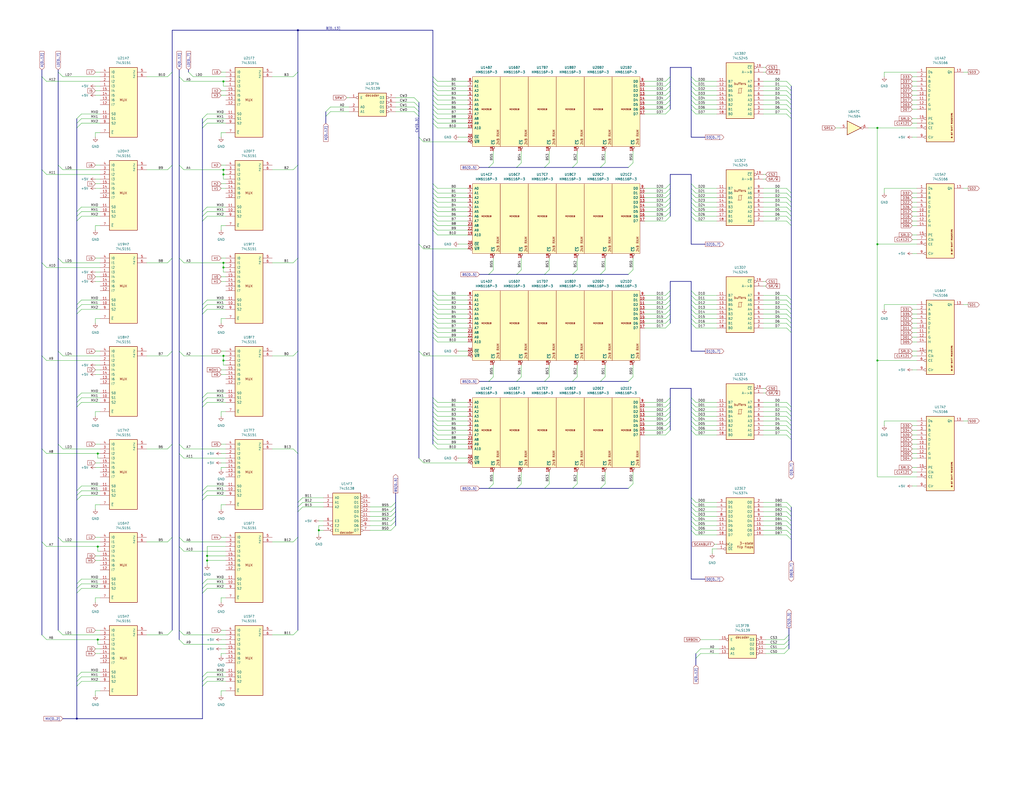
<source format=kicad_sch>
(kicad_sch (version 20231120) (generator "eeschema") (generator_version "8.0")
  (paper "C")
  (title_block (title "Exidy 440") (company "Exidy") (comment 1 "Anton Gale") (comment 4 "Video RAM & Pixel Shift Registers"))
  (junction (at 121.92 95.25))
  (junction (at 478.79 69.85))
  (junction (at 41.91 392.43))
  (junction (at 121.92 196.85))
  (junction (at 53.34 349.25))
  (junction (at 53.34 247.65))
  (junction (at 53.34 298.45))
  (junction (at 113.03 306.07))
  (junction (at 121.92 194.31))
  (junction (at 478.79 133.35))
  (junction (at 121.92 146.05))
  (junction (at 478.79 196.85))
  (junction (at 162.56 16.51))
  (junction (at 121.92 92.71))
  (junction (at 173.99 289.56))
  (junction (at 121.92 143.51))
  (junction (at 121.92 44.45))
  (junction (at 113.03 303.53))
  (bus_entry (at 297.18 208.28) (size 2.54 -2.54))
  (bus_entry (at 377.19 113.03) (size 2.54 2.54))
  (bus_entry (at 44.45 316.23) (size -2.54 2.54))
  (bus_entry (at 236.22 118.11) (size 2.54 2.54))
  (bus_entry (at 377.19 168.91) (size 2.54 2.54))
  (bus_entry (at 97.79 293.37) (size 2.54 2.54))
  (bus_entry (at 44.45 115.57) (size -2.54 2.54))
  (bus_entry (at 93.98 242.57) (size -2.54 2.54))
  (bus_entry (at 31.75 242.57) (size 2.54 2.54))
  (bus_entry (at 377.19 274.32) (size 2.54 2.54))
  (bus_entry (at 93.98 90.17) (size -2.54 2.54))
  (bus_entry (at 431.8 163.83) (size -2.54 -2.54))
  (bus_entry (at 365.76 171.45) (size -2.54 2.54))
  (bus_entry (at 236.22 46.99) (size 2.54 2.54))
  (bus_entry (at 365.76 176.53) (size -2.54 2.54))
  (bus_entry (at 377.19 284.48) (size 2.54 2.54))
  (bus_entry (at 93.98 293.37) (size -2.54 2.54))
  (bus_entry (at 431.8 173.99) (size -2.54 -2.54))
  (bus_entry (at 431.8 107.95) (size -2.54 -2.54))
  (bus_entry (at 342.9 266.7) (size 2.54 -2.54))
  (bus_entry (at 365.76 59.69) (size -2.54 2.54))
  (bus_entry (at 44.45 62.23) (size -2.54 2.54))
  (bus_entry (at 236.22 41.91) (size 2.54 2.54))
  (bus_entry (at 377.19 227.33) (size 2.54 2.54))
  (bus_entry (at 31.75 140.97) (size 2.54 2.54))
  (bus_entry (at 22.86 346.71) (size 2.54 2.54))
  (bus_entry (at 44.45 67.31) (size -2.54 2.54))
  (bus_entry (at 365.76 166.37) (size -2.54 2.54))
  (bus_entry (at 427.99 349.25) (size 2.54 -2.54))
  (bus_entry (at 236.22 240.03) (size 2.54 2.54))
  (bus_entry (at 431.8 281.94) (size -2.54 -2.54))
  (bus_entry (at 97.79 242.57) (size 2.54 2.54))
  (bus_entry (at 44.45 118.11) (size -2.54 2.54))
  (bus_entry (at 44.45 219.71) (size -2.54 2.54))
  (bus_entry (at 44.45 168.91) (size -2.54 2.54))
  (bus_entry (at 44.45 372.11) (size -2.54 2.54))
  (bus_entry (at 327.66 91.44) (size 2.54 -2.54))
  (bus_entry (at 44.45 217.17) (size -2.54 2.54))
  (bus_entry (at 102.87 39.37) (size 2.54 2.54))
  (bus_entry (at 377.19 281.94) (size 2.54 2.54))
  (bus_entry (at 377.19 52.07) (size 2.54 2.54))
  (bus_entry (at 365.76 41.91) (size -2.54 2.54))
  (bus_entry (at 365.76 222.25) (size -2.54 2.54))
  (bus_entry (at 431.8 237.49) (size -2.54 -2.54))
  (bus_entry (at 431.8 49.53) (size -2.54 -2.54))
  (bus_entry (at 365.76 158.75) (size -2.54 2.54))
  (bus_entry (at 162.56 276.86) (size 2.54 -2.54))
  (bus_entry (at 297.18 149.86) (size 2.54 -2.54))
  (bus_entry (at 365.76 44.45) (size -2.54 2.54))
  (bus_entry (at 297.18 266.7) (size 2.54 -2.54))
  (bus_entry (at 377.19 107.95) (size 2.54 2.54))
  (bus_entry (at 113.03 267.97) (size -2.54 2.54))
  (bus_entry (at 377.19 276.86) (size 2.54 2.54))
  (bus_entry (at 431.8 113.03) (size -2.54 -2.54))
  (bus_entry (at 365.76 232.41) (size -2.54 2.54))
  (bus_entry (at 431.8 57.15) (size -2.54 -2.54))
  (bus_entry (at 44.45 113.03) (size -2.54 2.54))
  (bus_entry (at 431.8 179.07) (size -2.54 -2.54))
  (bus_entry (at 113.03 214.63) (size -2.54 2.54))
  (bus_entry (at 377.19 41.91) (size 2.54 2.54))
  (bus_entry (at 215.9 287.02) (size -2.54 2.54))
  (bus_entry (at 236.22 222.25) (size 2.54 2.54))
  (bus_entry (at 312.42 91.44) (size 2.54 -2.54))
  (bus_entry (at 97.79 344.17) (size 2.54 2.54))
  (bus_entry (at 377.19 173.99) (size 2.54 2.54))
  (bus_entry (at 431.8 110.49) (size -2.54 -2.54))
  (bus_entry (at 377.19 54.61) (size 2.54 2.54))
  (bus_entry (at 236.22 237.49) (size 2.54 2.54))
  (bus_entry (at 431.8 227.33) (size -2.54 -2.54))
  (bus_entry (at 162.56 39.37) (size -2.54 2.54))
  (bus_entry (at 431.8 240.03) (size -2.54 -2.54))
  (bus_entry (at 377.19 102.87) (size 2.54 2.54))
  (bus_entry (at 236.22 67.31) (size 2.54 2.54))
  (bus_entry (at 236.22 100.33) (size 2.54 2.54))
  (bus_entry (at 377.19 59.69) (size 2.54 2.54))
  (bus_entry (at 236.22 62.23) (size 2.54 2.54))
  (bus_entry (at 22.86 92.71) (size 2.54 2.54))
  (bus_entry (at 431.8 52.07) (size -2.54 -2.54))
  (bus_entry (at 365.76 57.15) (size -2.54 2.54))
  (bus_entry (at 44.45 369.57) (size -2.54 2.54))
  (bus_entry (at 44.45 166.37) (size -2.54 2.54))
  (bus_entry (at 365.76 105.41) (size -2.54 2.54))
  (bus_entry (at 377.19 176.53) (size 2.54 2.54))
  (bus_entry (at 215.9 279.4) (size -2.54 2.54))
  (bus_entry (at 377.19 49.53) (size 2.54 2.54))
  (bus_entry (at 281.94 208.28) (size 2.54 -2.54))
  (bus_entry (at 113.03 316.23) (size -2.54 2.54))
  (bus_entry (at 377.19 224.79) (size 2.54 2.54))
  (bus_entry (at 431.8 120.65) (size -2.54 -2.54))
  (bus_entry (at 365.76 49.53) (size -2.54 2.54))
  (bus_entry (at 431.8 176.53) (size -2.54 -2.54))
  (bus_entry (at 113.03 166.37) (size -2.54 2.54))
  (bus_entry (at 327.66 149.86) (size 2.54 -2.54))
  (bus_entry (at 365.76 163.83) (size -2.54 2.54))
  (bus_entry (at 281.94 91.44) (size 2.54 -2.54))
  (bus_entry (at 236.22 171.45) (size 2.54 2.54))
  (bus_entry (at 162.56 90.17) (size -2.54 2.54))
  (bus_entry (at 365.76 118.11) (size -2.54 2.54))
  (bus_entry (at 365.76 110.49) (size -2.54 2.54))
  (bus_entry (at 382.27 354.33) (size -2.54 2.54))
  (bus_entry (at 427.99 354.33) (size 2.54 -2.54))
  (bus_entry (at 113.03 270.51) (size -2.54 2.54))
  (bus_entry (at 228.6 191.77) (size 2.54 2.54))
  (bus_entry (at 377.19 166.37) (size 2.54 2.54))
  (bus_entry (at 431.8 289.56) (size -2.54 -2.54))
  (bus_entry (at 431.8 224.79) (size -2.54 -2.54))
  (bus_entry (at 312.42 266.7) (size 2.54 -2.54))
  (bus_entry (at 431.8 292.1) (size -2.54 -2.54))
  (bus_entry (at 113.03 265.43) (size -2.54 2.54))
  (bus_entry (at 365.76 107.95) (size -2.54 2.54))
  (bus_entry (at 44.45 267.97) (size -2.54 2.54))
  (bus_entry (at 312.42 149.86) (size 2.54 -2.54))
  (bus_entry (at 431.8 294.64) (size -2.54 -2.54))
  (bus_entry (at 431.8 54.61) (size -2.54 -2.54))
  (bus_entry (at 113.03 67.31) (size -2.54 2.54))
  (bus_entry (at 377.19 158.75) (size 2.54 2.54))
  (bus_entry (at 236.22 224.79) (size 2.54 2.54))
  (bus_entry (at 365.76 173.99) (size -2.54 2.54))
  (bus_entry (at 431.8 123.19) (size -2.54 -2.54))
  (bus_entry (at 22.86 41.91) (size 2.54 2.54))
  (bus_entry (at 113.03 62.23) (size -2.54 2.54))
  (bus_entry (at 431.8 62.23) (size -2.54 -2.54))
  (bus_entry (at 431.8 287.02) (size -2.54 -2.54))
  (bus_entry (at 97.79 90.17) (size 2.54 2.54))
  (bus_entry (at 431.8 168.91) (size -2.54 -2.54))
  (bus_entry (at 215.9 276.86) (size -2.54 2.54))
  (bus_entry (at 215.9 284.48) (size -2.54 2.54))
  (bus_entry (at 31.75 344.17) (size 2.54 2.54))
  (bus_entry (at 377.19 100.33) (size 2.54 2.54))
  (bus_entry (at 431.8 46.99) (size -2.54 -2.54))
  (bus_entry (at 162.56 274.32) (size 2.54 -2.54))
  (bus_entry (at 365.76 113.03) (size -2.54 2.54))
  (bus_entry (at 431.8 115.57) (size -2.54 -2.54))
  (bus_entry (at 431.8 64.77) (size -2.54 -2.54))
  (bus_entry (at 97.79 41.91) (size 2.54 2.54))
  (bus_entry (at 97.79 140.97) (size 2.54 2.54))
  (bus_entry (at 342.9 91.44) (size 2.54 -2.54))
  (bus_entry (at 236.22 158.75) (size 2.54 2.54))
  (bus_entry (at 236.22 115.57) (size 2.54 2.54))
  (bus_entry (at 226.06 58.42) (size 2.54 2.54))
  (bus_entry (at 236.22 242.57) (size 2.54 2.54))
  (bus_entry (at 236.22 234.95) (size 2.54 2.54))
  (bus_entry (at 312.42 208.28) (size 2.54 -2.54))
  (bus_entry (at 162.56 247.65) (size -2.54 -2.54))
  (bus_entry (at 236.22 120.65) (size 2.54 2.54))
  (bus_entry (at 377.19 232.41) (size 2.54 2.54))
  (bus_entry (at 365.76 100.33) (size -2.54 2.54))
  (bus_entry (at 365.76 227.33) (size -2.54 2.54))
  (bus_entry (at 44.45 270.51) (size -2.54 2.54))
  (bus_entry (at 22.86 194.31) (size 2.54 2.54))
  (bus_entry (at 113.03 163.83) (size -2.54 2.54))
  (bus_entry (at 327.66 208.28) (size 2.54 -2.54))
  (bus_entry (at 377.19 271.78) (size 2.54 2.54))
  (bus_entry (at 236.22 105.41) (size 2.54 2.54))
  (bus_entry (at 162.56 293.37) (size -2.54 2.54))
  (bus_entry (at 113.03 318.77) (size -2.54 2.54))
  (bus_entry (at 44.45 214.63) (size -2.54 2.54))
  (bus_entry (at 215.9 281.94) (size -2.54 2.54))
  (bus_entry (at 31.75 90.17) (size 2.54 2.54))
  (bus_entry (at 236.22 102.87) (size 2.54 2.54))
  (bus_entry (at 162.56 344.17) (size -2.54 2.54))
  (bus_entry (at 236.22 54.61) (size 2.54 2.54))
  (bus_entry (at 377.19 161.29) (size 2.54 2.54))
  (bus_entry (at 44.45 318.77) (size -2.54 2.54))
  (bus_entry (at 236.22 59.69) (size 2.54 2.54))
  (bus_entry (at 113.03 372.11) (size -2.54 2.54))
  (bus_entry (at 365.76 168.91) (size -2.54 2.54))
  (bus_entry (at 31.75 293.37) (size 2.54 2.54))
  (bus_entry (at 266.7 149.86) (size 2.54 -2.54))
  (bus_entry (at 431.8 232.41) (size -2.54 -2.54))
  (bus_entry (at 365.76 52.07) (size -2.54 2.54))
  (bus_entry (at 377.19 229.87) (size 2.54 2.54))
  (bus_entry (at 226.06 55.88) (size 2.54 2.54))
  (bus_entry (at 236.22 64.77) (size 2.54 2.54))
  (bus_entry (at 365.76 115.57) (size -2.54 2.54))
  (bus_entry (at 236.22 113.03) (size 2.54 2.54))
  (bus_entry (at 236.22 173.99) (size 2.54 2.54))
  (bus_entry (at 44.45 367.03) (size -2.54 2.54))
  (bus_entry (at 431.8 222.25) (size -2.54 -2.54))
  (bus_entry (at 342.9 149.86) (size 2.54 -2.54))
  (bus_entry (at 228.6 74.93) (size 2.54 2.54))
  (bus_entry (at 382.27 356.87) (size -2.54 2.54))
  (bus_entry (at 93.98 191.77) (size -2.54 2.54))
  (bus_entry (at 236.22 168.91) (size 2.54 2.54))
  (bus_entry (at 113.03 321.31) (size -2.54 2.54))
  (bus_entry (at 162.56 140.97) (size -2.54 2.54))
  (bus_entry (at 431.8 279.4) (size -2.54 -2.54))
  (bus_entry (at 236.22 184.15) (size 2.54 2.54))
  (bus_entry (at 377.19 234.95) (size 2.54 2.54))
  (bus_entry (at 327.66 266.7) (size 2.54 -2.54))
  (bus_entry (at 226.06 60.96) (size 2.54 2.54))
  (bus_entry (at 377.19 217.17) (size 2.54 2.54))
  (bus_entry (at 113.03 369.57) (size -2.54 2.54))
  (bus_entry (at 97.79 298.45) (size 2.54 2.54))
  (bus_entry (at 113.03 217.17) (size -2.54 2.54))
  (bus_entry (at 236.22 125.73) (size 2.54 2.54))
  (bus_entry (at 236.22 44.45) (size 2.54 2.54))
  (bus_entry (at 113.03 168.91) (size -2.54 2.54))
  (bus_entry (at 226.06 53.34) (size 2.54 2.54))
  (bus_entry (at 22.86 245.11) (size 2.54 2.54))
  (bus_entry (at 377.19 57.15) (size 2.54 2.54))
  (bus_entry (at 377.19 287.02) (size 2.54 2.54))
  (bus_entry (at 365.76 224.79) (size -2.54 2.54))
  (bus_entry (at 377.19 118.11) (size 2.54 2.54))
  (bus_entry (at 236.22 123.19) (size 2.54 2.54))
  (bus_entry (at 236.22 219.71) (size 2.54 2.54))
  (bus_entry (at 236.22 227.33) (size 2.54 2.54))
  (bus_entry (at 162.56 279.4) (size 2.54 -2.54))
  (bus_entry (at 44.45 321.31) (size -2.54 2.54))
  (bus_entry (at 365.76 102.87) (size -2.54 2.54))
  (bus_entry (at 236.22 110.49) (size 2.54 2.54))
  (bus_entry (at 236.22 52.07) (size 2.54 2.54))
  (bus_entry (at 431.8 229.87) (size -2.54 -2.54))
  (bus_entry (at 297.18 91.44) (size 2.54 -2.54))
  (bus_entry (at 180.34 58.42) (size -2.54 2.54))
  (bus_entry (at 377.19 115.57) (size 2.54 2.54))
  (bus_entry (at 431.8 59.69) (size -2.54 -2.54))
  (bus_entry (at 266.7 208.28) (size 2.54 -2.54))
  (bus_entry (at 93.98 39.37) (size -2.54 2.54))
  (bus_entry (at 365.76 219.71) (size -2.54 2.54))
  (bus_entry (at 31.75 39.37) (size 2.54 2.54))
  (bus_entry (at 377.19 44.45) (size 2.54 2.54))
  (bus_entry (at 377.19 163.83) (size 2.54 2.54))
  (bus_entry (at 342.9 208.28) (size 2.54 -2.54))
  (bus_entry (at 236.22 229.87) (size 2.54 2.54))
  (bus_entry (at 427.99 351.79) (size 2.54 -2.54))
  (bus_entry (at 365.76 54.61) (size -2.54 2.54))
  (bus_entry (at 44.45 265.43) (size -2.54 2.54))
  (bus_entry (at 236.22 217.17) (size 2.54 2.54))
  (bus_entry (at 236.22 181.61) (size 2.54 2.54))
  (bus_entry (at 281.94 149.86) (size 2.54 -2.54))
  (bus_entry (at 22.86 295.91) (size 2.54 2.54))
  (bus_entry (at 113.03 64.77) (size -2.54 2.54))
  (bus_entry (at 427.99 356.87) (size 2.54 -2.54))
  (bus_entry (at 93.98 344.17) (size -2.54 2.54))
  (bus_entry (at 377.19 289.56) (size 2.54 2.54))
  (bus_entry (at 365.76 46.99) (size -2.54 2.54))
  (bus_entry (at 431.8 276.86) (size -2.54 -2.54))
  (bus_entry (at 281.94 266.7) (size 2.54 -2.54))
  (bus_entry (at 377.19 110.49) (size 2.54 2.54))
  (bus_entry (at 431.8 234.95) (size -2.54 -2.54))
  (bus_entry (at 113.03 113.03) (size -2.54 2.54))
  (bus_entry (at 228.6 133.35) (size 2.54 2.54))
  (bus_entry (at 236.22 163.83) (size 2.54 2.54))
  (bus_entry (at 431.8 181.61) (size -2.54 -2.54))
  (bus_entry (at 236.22 161.29) (size 2.54 2.54))
  (bus_entry (at 44.45 163.83) (size -2.54 2.54))
  (bus_entry (at 31.75 191.77) (size 2.54 2.54))
  (bus_entry (at 162.56 191.77) (size -2.54 2.54))
  (bus_entry (at 365.76 229.87) (size -2.54 2.54))
  (bus_entry (at 377.19 219.71) (size 2.54 2.54))
  (bus_entry (at 180.34 60.96) (size -2.54 2.54))
  (bus_entry (at 266.7 91.44) (size 2.54 -2.54))
  (bus_entry (at 236.22 166.37) (size 2.54 2.54))
  (bus_entry (at 377.19 171.45) (size 2.54 2.54))
  (bus_entry (at 236.22 49.53) (size 2.54 2.54))
  (bus_entry (at 377.19 46.99) (size 2.54 2.54))
  (bus_entry (at 266.7 266.7) (size 2.54 -2.54))
  (bus_entry (at 431.8 118.11) (size -2.54 -2.54))
  (bus_entry (at 236.22 232.41) (size 2.54 2.54))
  (bus_entry (at 431.8 284.48) (size -2.54 -2.54))
  (bus_entry (at 113.03 367.03) (size -2.54 2.54))
  (bus_entry (at 113.03 118.11) (size -2.54 2.54))
  (bus_entry (at 22.86 143.51) (size 2.54 2.54))
  (bus_entry (at 431.8 166.37) (size -2.54 -2.54))
  (bus_entry (at 97.79 191.77) (size 2.54 2.54))
  (bus_entry (at 97.79 349.25) (size 2.54 2.54))
  (bus_entry (at 228.6 250.19) (size 2.54 2.54))
  (bus_entry (at 365.76 161.29) (size -2.54 2.54))
  (bus_entry (at 377.19 105.41) (size 2.54 2.54))
  (bus_entry (at 97.79 247.65) (size 2.54 2.54))
  (bus_entry (at 431.8 105.41) (size -2.54 -2.54))
  (bus_entry (at 44.45 64.77) (size -2.54 2.54))
  (bus_entry (at 113.03 115.57) (size -2.54 2.54))
  (bus_entry (at 377.19 279.4) (size 2.54 2.54))
  (bus_entry (at 93.98 140.97) (size -2.54 2.54))
  (bus_entry (at 236.22 179.07) (size 2.54 2.54))
  (bus_entry (at 365.76 217.17) (size -2.54 2.54))
  (bus_entry (at 113.03 219.71) (size -2.54 2.54))
  (bus_entry (at 377.19 222.25) (size 2.54 2.54))
  (bus_entry (at 236.22 57.15) (size 2.54 2.54))
  (bus_entry (at 365.76 234.95) (size -2.54 2.54))
  (bus_entry (at 431.8 171.45) (size -2.54 -2.54))
  (bus_entry (at 215.9 274.32) (size -2.54 2.54))
  (bus_entry (at 236.22 176.53) (size 2.54 2.54))
  (bus_entry (at 236.22 107.95) (size 2.54 2.54))
  (wire (pts (xy 80.01 143.51) (xy 91.44 143.51)))
  (wire (pts (xy 416.56 281.94) (xy 429.26 281.94)))
  (wire (pts (xy 351.79 49.53) (xy 363.22 49.53)))
  (bus (pts (xy 97.79 298.45) (xy 97.79 344.17)))
  (wire (pts (xy 417.83 349.25) (xy 427.99 349.25)))
  (wire (pts (xy 391.16 110.49) (xy 379.73 110.49)))
  (bus (pts (xy 215.9 281.94) (xy 215.9 279.4)))
  (wire (pts (xy 53.34 351.79) (xy 53.34 349.25)))
  (wire (pts (xy 299.72 257.81) (xy 299.72 264.16)))
  (bus (pts (xy 365.76 100.33) (xy 365.76 102.87)))
  (wire (pts (xy 120.65 39.37) (xy 123.19 39.37)))
  (bus (pts (xy 365.76 166.37) (xy 365.76 168.91)))
  (wire (pts (xy 391.16 57.15) (xy 379.73 57.15)))
  (bus (pts (xy 93.98 16.51) (xy 162.56 16.51)))
  (bus (pts (xy 365.76 105.41) (xy 365.76 107.95)))
  (wire (pts (xy 25.4 247.65) (xy 53.34 247.65)))
  (wire (pts (xy 120.65 354.33) (xy 123.19 354.33)))
  (bus (pts (xy 41.91 171.45) (xy 41.91 217.17)))
  (bus (pts (xy 365.76 49.53) (xy 365.76 52.07)))
  (wire (pts (xy 497.84 105.41) (xy 500.38 105.41)))
  (wire (pts (xy 497.84 57.15) (xy 500.38 57.15)))
  (wire (pts (xy 123.19 123.19) (xy 120.65 123.19)))
  (bus (pts (xy 312.42 266.7) (xy 327.66 266.7)))
  (bus (pts (xy 110.49 64.77) (xy 110.49 67.31)))
  (wire (pts (xy 113.03 118.11) (xy 123.19 118.11)))
  (wire (pts (xy 100.33 194.31) (xy 121.92 194.31)))
  (bus (pts (xy 236.22 110.49) (xy 236.22 113.03)))
  (wire (pts (xy 255.27 250.19) (xy 250.19 250.19)))
  (bus (pts (xy 377.19 153.67) (xy 377.19 158.75)))
  (bus (pts (xy 377.19 44.45) (xy 377.19 46.99)))
  (wire (pts (xy 391.16 176.53) (xy 379.73 176.53)))
  (wire (pts (xy 105.41 41.91) (xy 123.19 41.91)))
  (bus (pts (xy 41.91 64.77) (xy 41.91 67.31)))
  (wire (pts (xy 269.24 82.55) (xy 269.24 88.9)))
  (wire (pts (xy 497.84 184.15) (xy 500.38 184.15)))
  (wire (pts (xy 255.27 234.95) (xy 238.76 234.95)))
  (wire (pts (xy 416.56 232.41) (xy 429.26 232.41)))
  (wire (pts (xy 100.33 250.19) (xy 123.19 250.19)))
  (bus (pts (xy 365.76 158.75) (xy 365.76 161.29)))
  (wire (pts (xy 255.27 115.57) (xy 238.76 115.57)))
  (wire (pts (xy 54.61 326.39) (xy 52.07 326.39)))
  (bus (pts (xy 431.8 64.77) (xy 431.8 105.41)))
  (wire (pts (xy 44.45 168.91) (xy 54.61 168.91)))
  (wire (pts (xy 478.79 69.85) (xy 500.38 69.85)))
  (wire (pts (xy 351.79 105.41) (xy 363.22 105.41)))
  (wire (pts (xy 497.84 201.93) (xy 500.38 201.93)))
  (wire (pts (xy 497.84 237.49) (xy 500.38 237.49)))
  (wire (pts (xy 120.65 72.39) (xy 120.65 74.93)))
  (wire (pts (xy 148.59 143.51) (xy 160.02 143.51)))
  (wire (pts (xy 255.27 62.23) (xy 238.76 62.23)))
  (wire (pts (xy 391.16 276.86) (xy 379.73 276.86)))
  (wire (pts (xy 121.92 196.85) (xy 121.92 194.31)))
  (wire (pts (xy 123.19 326.39) (xy 120.65 326.39)))
  (wire (pts (xy 497.84 138.43) (xy 500.38 138.43)))
  (bus (pts (xy 377.19 102.87) (xy 377.19 105.41)))
  (bus (pts (xy 236.22 115.57) (xy 236.22 118.11)))
  (wire (pts (xy 416.56 105.41) (xy 429.26 105.41)))
  (wire (pts (xy 345.44 199.39) (xy 345.44 205.74)))
  (bus (pts (xy 431.8 240.03) (xy 431.8 251.46)))
  (wire (pts (xy 34.29 92.71) (xy 54.61 92.71)))
  (wire (pts (xy 269.24 140.97) (xy 269.24 147.32)))
  (bus (pts (xy 236.22 217.17) (xy 236.22 219.71)))
  (bus (pts (xy 22.86 41.91) (xy 22.86 92.71)))
  (wire (pts (xy 44.45 118.11) (xy 54.61 118.11)))
  (bus (pts (xy 431.8 227.33) (xy 431.8 229.87)))
  (wire (pts (xy 416.56 219.71) (xy 429.26 219.71)))
  (bus (pts (xy 110.49 168.91) (xy 110.49 171.45)))
  (bus (pts (xy 377.19 229.87) (xy 377.19 232.41)))
  (wire (pts (xy 351.79 227.33) (xy 363.22 227.33)))
  (wire (pts (xy 255.27 107.95) (xy 238.76 107.95)))
  (wire (pts (xy 80.01 41.91) (xy 91.44 41.91)))
  (wire (pts (xy 53.34 247.65) (xy 54.61 247.65)))
  (bus (pts (xy 31.75 242.57) (xy 31.75 293.37)))
  (wire (pts (xy 417.83 95.25) (xy 416.56 95.25)))
  (bus (pts (xy 377.19 133.35) (xy 384.81 133.35)))
  (bus (pts (xy 41.91 118.11) (xy 41.91 120.65)))
  (bus (pts (xy 365.76 41.91) (xy 365.76 44.45)))
  (bus (pts (xy 377.19 36.83) (xy 377.19 41.91)))
  (bus (pts (xy 431.8 232.41) (xy 431.8 234.95)))
  (bus (pts (xy 97.79 38.1) (xy 97.79 41.91)))
  (wire (pts (xy 391.16 54.61) (xy 379.73 54.61)))
  (bus (pts (xy 97.79 247.65) (xy 97.79 293.37)))
  (wire (pts (xy 382.27 356.87) (xy 392.43 356.87)))
  (bus (pts (xy 41.91 217.17) (xy 41.91 219.71)))
  (bus (pts (xy 162.56 140.97) (xy 162.56 191.77)))
  (wire (pts (xy 351.79 234.95) (xy 363.22 234.95)))
  (wire (pts (xy 391.16 234.95) (xy 379.73 234.95)))
  (bus (pts (xy 377.19 287.02) (xy 377.19 289.56)))
  (wire (pts (xy 255.27 184.15) (xy 238.76 184.15)))
  (bus (pts (xy 22.86 143.51) (xy 22.86 194.31)))
  (wire (pts (xy 416.56 115.57) (xy 429.26 115.57)))
  (wire (pts (xy 351.79 166.37) (xy 363.22 166.37)))
  (bus (pts (xy 162.56 16.51) (xy 162.56 39.37)))
  (wire (pts (xy 52.07 275.59) (xy 52.07 278.13)))
  (wire (pts (xy 123.19 275.59) (xy 120.65 275.59)))
  (bus (pts (xy 41.91 267.97) (xy 41.91 270.51)))
  (wire (pts (xy 482.6 166.37) (xy 500.38 166.37)))
  (wire (pts (xy 123.19 377.19) (xy 120.65 377.19)))
  (wire (pts (xy 231.14 194.31) (xy 255.27 194.31)))
  (wire (pts (xy 80.01 245.11) (xy 91.44 245.11)))
  (wire (pts (xy 391.16 168.91) (xy 379.73 168.91)))
  (wire (pts (xy 113.03 369.57) (xy 123.19 369.57)))
  (bus (pts (xy 297.18 149.86) (xy 312.42 149.86)))
  (wire (pts (xy 497.84 113.03) (xy 500.38 113.03)))
  (wire (pts (xy 391.16 227.33) (xy 379.73 227.33)))
  (bus (pts (xy 431.8 179.07) (xy 431.8 181.61)))
  (bus (pts (xy 377.19 234.95) (xy 377.19 271.78)))
  (wire (pts (xy 100.33 351.79) (xy 123.19 351.79)))
  (wire (pts (xy 255.27 57.15) (xy 238.76 57.15)))
  (bus (pts (xy 431.8 284.48) (xy 431.8 287.02)))
  (bus (pts (xy 177.8 60.96) (xy 177.8 63.5)))
  (wire (pts (xy 391.16 287.02) (xy 379.73 287.02)))
  (wire (pts (xy 201.93 281.94) (xy 213.36 281.94)))
  (wire (pts (xy 255.27 113.03) (xy 238.76 113.03)))
  (wire (pts (xy 330.2 257.81) (xy 330.2 264.16)))
  (wire (pts (xy 351.79 120.65) (xy 363.22 120.65)))
  (wire (pts (xy 255.27 176.53) (xy 238.76 176.53)))
  (wire (pts (xy 123.19 196.85) (xy 121.92 196.85)))
  (bus (pts (xy 431.8 57.15) (xy 431.8 59.69)))
  (bus (pts (xy 431.8 168.91) (xy 431.8 171.45)))
  (wire (pts (xy 255.27 67.31) (xy 238.76 67.31)))
  (wire (pts (xy 382.27 349.25) (xy 392.43 349.25)))
  (wire (pts (xy 314.96 257.81) (xy 314.96 264.16)))
  (bus (pts (xy 431.8 181.61) (xy 431.8 222.25)))
  (bus (pts (xy 97.79 242.57) (xy 97.79 247.65)))
  (bus (pts (xy 110.49 321.31) (xy 110.49 323.85)))
  (wire (pts (xy 44.45 270.51) (xy 54.61 270.51)))
  (bus (pts (xy 377.19 276.86) (xy 377.19 279.4)))
  (wire (pts (xy 351.79 59.69) (xy 363.22 59.69)))
  (wire (pts (xy 351.79 161.29) (xy 363.22 161.29)))
  (wire (pts (xy 351.79 102.87) (xy 363.22 102.87)))
  (wire (pts (xy 497.84 52.07) (xy 500.38 52.07)))
  (bus (pts (xy 31.75 140.97) (xy 31.75 191.77)))
  (bus (pts (xy 236.22 49.53) (xy 236.22 52.07)))
  (wire (pts (xy 44.45 265.43) (xy 54.61 265.43)))
  (wire (pts (xy 284.48 140.97) (xy 284.48 147.32)))
  (wire (pts (xy 269.24 257.81) (xy 269.24 264.16)))
  (wire (pts (xy 54.61 123.19) (xy 52.07 123.19)))
  (bus (pts (xy 365.76 41.91) (xy 365.76 36.83)))
  (bus (pts (xy 377.19 274.32) (xy 377.19 276.86)))
  (bus (pts (xy 31.75 293.37) (xy 31.75 344.17)))
  (bus (pts (xy 236.22 57.15) (xy 236.22 59.69)))
  (wire (pts (xy 121.92 148.59) (xy 121.92 146.05)))
  (bus (pts (xy 41.91 168.91) (xy 41.91 171.45)))
  (wire (pts (xy 120.65 275.59) (xy 120.65 278.13)))
  (wire (pts (xy 80.01 194.31) (xy 91.44 194.31)))
  (wire (pts (xy 201.93 289.56) (xy 213.36 289.56)))
  (wire (pts (xy 176.53 274.32) (xy 165.1 274.32)))
  (wire (pts (xy 52.07 199.39) (xy 54.61 199.39)))
  (bus (pts (xy 236.22 173.99) (xy 236.22 176.53)))
  (bus (pts (xy 236.22 237.49) (xy 236.22 240.03)))
  (bus (pts (xy 377.19 95.25) (xy 377.19 100.33)))
  (wire (pts (xy 416.56 46.99) (xy 429.26 46.99)))
  (wire (pts (xy 255.27 232.41) (xy 238.76 232.41)))
  (wire (pts (xy 417.83 97.79) (xy 416.56 97.79)))
  (wire (pts (xy 100.33 44.45) (xy 121.92 44.45)))
  (wire (pts (xy 416.56 287.02) (xy 429.26 287.02)))
  (bus (pts (xy 41.91 67.31) (xy 41.91 69.85)))
  (wire (pts (xy 113.03 306.07) (xy 123.19 306.07)))
  (wire (pts (xy 113.03 298.45) (xy 123.19 298.45)))
  (bus (pts (xy 365.76 52.07) (xy 365.76 54.61)))
  (wire (pts (xy 54.61 275.59) (xy 52.07 275.59)))
  (wire (pts (xy 351.79 44.45) (xy 363.22 44.45)))
  (bus (pts (xy 41.91 318.77) (xy 41.91 321.31)))
  (wire (pts (xy 255.27 229.87) (xy 238.76 229.87)))
  (bus (pts (xy 431.8 49.53) (xy 431.8 52.07)))
  (bus (pts (xy 365.76 153.67) (xy 377.19 153.67)))
  (wire (pts (xy 351.79 113.03) (xy 363.22 113.03)))
  (bus (pts (xy 365.76 95.25) (xy 377.19 95.25)))
  (wire (pts (xy 52.07 191.77) (xy 54.61 191.77)))
  (bus (pts (xy 377.19 110.49) (xy 377.19 113.03)))
  (bus (pts (xy 377.19 222.25) (xy 377.19 224.79)))
  (wire (pts (xy 215.9 53.34) (xy 226.06 53.34)))
  (wire (pts (xy 351.79 118.11) (xy 363.22 118.11)))
  (bus (pts (xy 22.86 295.91) (xy 22.86 346.71)))
  (bus (pts (xy 365.76 229.87) (xy 365.76 232.41)))
  (wire (pts (xy 497.84 191.77) (xy 500.38 191.77)))
  (bus (pts (xy 377.19 105.41) (xy 377.19 107.95)))
  (bus (pts (xy 365.76 110.49) (xy 365.76 113.03)))
  (wire (pts (xy 44.45 214.63) (xy 54.61 214.63)))
  (bus (pts (xy 97.79 90.17) (xy 97.79 140.97)))
  (wire (pts (xy 255.27 52.07) (xy 238.76 52.07)))
  (wire (pts (xy 113.03 64.77) (xy 123.19 64.77)))
  (wire (pts (xy 382.27 354.33) (xy 392.43 354.33)))
  (bus (pts (xy 162.56 39.37) (xy 162.56 90.17)))
  (bus (pts (xy 236.22 227.33) (xy 236.22 229.87)))
  (bus (pts (xy 281.94 149.86) (xy 297.18 149.86)))
  (bus (pts (xy 365.76 217.17) (xy 365.76 219.71)))
  (bus (pts (xy 110.49 120.65) (xy 110.49 166.37)))
  (wire (pts (xy 201.93 279.4) (xy 213.36 279.4)))
  (wire (pts (xy 52.07 97.79) (xy 54.61 97.79)))
  (wire (pts (xy 416.56 49.53) (xy 429.26 49.53)))
  (wire (pts (xy 113.03 265.43) (xy 123.19 265.43)))
  (wire (pts (xy 52.07 39.37) (xy 54.61 39.37)))
  (wire (pts (xy 351.79 219.71) (xy 363.22 219.71)))
  (bus (pts (xy 110.49 374.65) (xy 110.49 392.43)))
  (wire (pts (xy 314.96 82.55) (xy 314.96 88.9)))
  (bus (pts (xy 431.8 115.57) (xy 431.8 118.11)))
  (wire (pts (xy 121.92 97.79) (xy 121.92 95.25)))
  (wire (pts (xy 113.03 115.57) (xy 123.19 115.57)))
  (bus (pts (xy 365.76 219.71) (xy 365.76 222.25)))
  (wire (pts (xy 497.84 67.31) (xy 500.38 67.31)))
  (bus (pts (xy 228.6 191.77) (xy 228.6 250.19)))
  (wire (pts (xy 478.79 133.35) (xy 500.38 133.35)))
  (bus (pts (xy 312.42 91.44) (xy 327.66 91.44)))
  (wire (pts (xy 478.79 133.35) (xy 478.79 196.85)))
  (wire (pts (xy 34.29 41.91) (xy 54.61 41.91)))
  (bus (pts (xy 266.7 149.86) (xy 261.62 149.86)))
  (wire (pts (xy 391.16 59.69) (xy 379.73 59.69)))
  (bus (pts (xy 377.19 281.94) (xy 377.19 284.48)))
  (bus (pts (xy 93.98 191.77) (xy 93.98 242.57)))
  (wire (pts (xy 351.79 171.45) (xy 363.22 171.45)))
  (wire (pts (xy 391.16 219.71) (xy 379.73 219.71)))
  (bus (pts (xy 365.76 102.87) (xy 365.76 105.41)))
  (wire (pts (xy 123.19 173.99) (xy 120.65 173.99)))
  (wire (pts (xy 120.65 140.97) (xy 123.19 140.97)))
  (wire (pts (xy 113.03 67.31) (xy 123.19 67.31)))
  (bus (pts (xy 377.19 52.07) (xy 377.19 54.61)))
  (wire (pts (xy 113.03 113.03) (xy 123.19 113.03)))
  (wire (pts (xy 255.27 44.45) (xy 238.76 44.45)))
  (wire (pts (xy 44.45 166.37) (xy 54.61 166.37)))
  (wire (pts (xy 255.27 186.69) (xy 238.76 186.69)))
  (bus (pts (xy 31.75 38.1) (xy 31.75 39.37)))
  (bus (pts (xy 377.19 176.53) (xy 377.19 191.77)))
  (bus (pts (xy 110.49 270.51) (xy 110.49 273.05)))
  (wire (pts (xy 314.96 199.39) (xy 314.96 205.74)))
  (bus (pts (xy 236.22 102.87) (xy 236.22 105.41)))
  (bus (pts (xy 162.56 247.65) (xy 162.56 274.32)))
  (wire (pts (xy 100.33 346.71) (xy 123.19 346.71)))
  (bus (pts (xy 377.19 219.71) (xy 377.19 222.25)))
  (wire (pts (xy 351.79 115.57) (xy 363.22 115.57)))
  (wire (pts (xy 497.84 46.99) (xy 500.38 46.99)))
  (wire (pts (xy 497.84 64.77) (xy 500.38 64.77)))
  (wire (pts (xy 255.27 133.35) (xy 250.19 133.35)))
  (wire (pts (xy 123.19 72.39) (xy 120.65 72.39)))
  (wire (pts (xy 255.27 69.85) (xy 238.76 69.85)))
  (wire (pts (xy 52.07 354.33) (xy 54.61 354.33)))
  (wire (pts (xy 113.03 214.63) (xy 123.19 214.63)))
  (wire (pts (xy 299.72 82.55) (xy 299.72 88.9)))
  (bus (pts (xy 297.18 208.28) (xy 312.42 208.28)))
  (wire (pts (xy 416.56 173.99) (xy 429.26 173.99)))
  (bus (pts (xy 97.79 140.97) (xy 97.79 191.77)))
  (bus (pts (xy 379.73 359.41) (xy 379.73 363.22)))
  (wire (pts (xy 255.27 168.91) (xy 238.76 168.91)))
  (bus (pts (xy 236.22 105.41) (xy 236.22 107.95)))
  (bus (pts (xy 22.86 245.11) (xy 22.86 295.91)))
  (wire (pts (xy 391.16 107.95) (xy 379.73 107.95)))
  (wire (pts (xy 113.03 372.11) (xy 123.19 372.11)))
  (wire (pts (xy 388.62 299.72) (xy 388.62 302.26)))
  (wire (pts (xy 478.79 260.35) (xy 500.38 260.35)))
  (wire (pts (xy 351.79 107.95) (xy 363.22 107.95)))
  (bus (pts (xy 215.9 276.86) (xy 215.9 274.32)))
  (wire (pts (xy 44.45 267.97) (xy 54.61 267.97)))
  (wire (pts (xy 52.07 173.99) (xy 52.07 176.53)))
  (bus (pts (xy 365.76 107.95) (xy 365.76 110.49)))
  (wire (pts (xy 389.89 297.18) (xy 391.16 297.18)))
  (wire (pts (xy 255.27 54.61) (xy 238.76 54.61)))
  (wire (pts (xy 120.65 102.87) (xy 123.19 102.87)))
  (bus (pts (xy 236.22 125.73) (xy 236.22 158.75)))
  (wire (pts (xy 25.4 349.25) (xy 53.34 349.25)))
  (bus (pts (xy 236.22 52.07) (xy 236.22 54.61)))
  (wire (pts (xy 80.01 346.71) (xy 91.44 346.71)))
  (wire (pts (xy 284.48 199.39) (xy 284.48 205.74)))
  (wire (pts (xy 351.79 62.23) (xy 363.22 62.23)))
  (wire (pts (xy 231.14 77.47) (xy 255.27 77.47)))
  (wire (pts (xy 416.56 110.49) (xy 429.26 110.49)))
  (wire (pts (xy 416.56 237.49) (xy 429.26 237.49)))
  (wire (pts (xy 497.84 234.95) (xy 500.38 234.95)))
  (wire (pts (xy 391.16 179.07) (xy 379.73 179.07)))
  (wire (pts (xy 497.84 120.65) (xy 500.38 120.65)))
  (wire (pts (xy 497.84 179.07) (xy 500.38 179.07)))
  (wire (pts (xy 34.29 194.31) (xy 54.61 194.31)))
  (wire (pts (xy 497.84 186.69) (xy 500.38 186.69)))
  (wire (pts (xy 44.45 115.57) (xy 54.61 115.57)))
  (wire (pts (xy 34.29 346.71) (xy 54.61 346.71)))
  (bus (pts (xy 365.76 217.17) (xy 365.76 212.09)))
  (wire (pts (xy 478.79 196.85) (xy 500.38 196.85)))
  (wire (pts (xy 391.16 274.32) (xy 379.73 274.32)))
  (bus (pts (xy 430.53 349.25) (xy 430.53 346.71)))
  (wire (pts (xy 113.03 303.53) (xy 113.03 306.07)))
  (bus (pts (xy 236.22 219.71) (xy 236.22 222.25)))
  (bus (pts (xy 41.91 219.71) (xy 41.91 222.25)))
  (bus (pts (xy 365.76 171.45) (xy 365.76 173.99)))
  (wire (pts (xy 417.83 153.67) (xy 416.56 153.67)))
  (bus (pts (xy 236.22 181.61) (xy 236.22 184.15)))
  (wire (pts (xy 54.61 351.79) (xy 53.34 351.79)))
  (bus (pts (xy 297.18 91.44) (xy 312.42 91.44)))
  (bus (pts (xy 97.79 41.91) (xy 97.79 90.17)))
  (wire (pts (xy 113.03 367.03) (xy 123.19 367.03)))
  (bus (pts (xy 377.19 166.37) (xy 377.19 168.91)))
  (bus (pts (xy 377.19 289.56) (xy 377.19 316.23)))
  (wire (pts (xy 52.07 123.19) (xy 52.07 125.73)))
  (wire (pts (xy 34.29 143.51) (xy 54.61 143.51)))
  (wire (pts (xy 497.84 168.91) (xy 500.38 168.91)))
  (bus (pts (xy 22.86 92.71) (xy 22.86 143.51)))
  (bus (pts (xy 110.49 69.85) (xy 110.49 115.57)))
  (wire (pts (xy 123.19 199.39) (xy 121.92 199.39)))
  (bus (pts (xy 97.79 293.37) (xy 97.79 298.45)))
  (bus (pts (xy 431.8 224.79) (xy 431.8 227.33)))
  (wire (pts (xy 120.65 90.17) (xy 123.19 90.17)))
  (bus (pts (xy 365.76 57.15) (xy 365.76 59.69)))
  (bus (pts (xy 377.19 224.79) (xy 377.19 227.33)))
  (bus (pts (xy 431.8 176.53) (xy 431.8 179.07)))
  (bus (pts (xy 236.22 46.99) (xy 236.22 49.53)))
  (wire (pts (xy 416.56 54.61) (xy 429.26 54.61)))
  (bus (pts (xy 431.8 107.95) (xy 431.8 110.49)))
  (wire (pts (xy 255.27 191.77) (xy 250.19 191.77)))
  (wire (pts (xy 497.84 247.65) (xy 500.38 247.65)))
  (wire (pts (xy 482.6 166.37) (xy 482.6 168.91)))
  (bus (pts (xy 377.19 279.4) (xy 377.19 281.94)))
  (wire (pts (xy 123.19 146.05) (xy 121.92 146.05)))
  (wire (pts (xy 54.61 300.99) (xy 53.34 300.99)))
  (wire (pts (xy 455.93 69.85) (xy 458.47 69.85)))
  (wire (pts (xy 148.59 194.31) (xy 160.02 194.31)))
  (bus (pts (xy 41.91 222.25) (xy 41.91 267.97)))
  (wire (pts (xy 52.07 153.67) (xy 54.61 153.67)))
  (wire (pts (xy 255.27 105.41) (xy 238.76 105.41)))
  (bus (pts (xy 93.98 140.97) (xy 93.98 191.77)))
  (bus (pts (xy 236.22 179.07) (xy 236.22 181.61)))
  (bus (pts (xy 236.22 166.37) (xy 236.22 168.91)))
  (bus (pts (xy 110.49 118.11) (xy 110.49 120.65)))
  (bus (pts (xy 431.8 222.25) (xy 431.8 224.79)))
  (wire (pts (xy 255.27 118.11) (xy 238.76 118.11)))
  (bus (pts (xy 281.94 208.28) (xy 297.18 208.28)))
  (bus (pts (xy 365.76 44.45) (xy 365.76 46.99)))
  (wire (pts (xy 173.99 287.02) (xy 173.99 289.56)))
  (bus (pts (xy 236.22 64.77) (xy 236.22 67.31)))
  (wire (pts (xy 255.27 181.61) (xy 238.76 181.61)))
  (bus (pts (xy 97.79 344.17) (xy 97.79 349.25)))
  (bus (pts (xy 110.49 267.97) (xy 110.49 270.51)))
  (bus (pts (xy 377.19 107.95) (xy 377.19 110.49)))
  (wire (pts (xy 120.65 293.37) (xy 123.19 293.37)))
  (wire (pts (xy 351.79 176.53) (xy 363.22 176.53)))
  (wire (pts (xy 255.27 163.83) (xy 238.76 163.83)))
  (wire (pts (xy 100.33 300.99) (xy 123.19 300.99)))
  (wire (pts (xy 416.56 292.1) (xy 429.26 292.1)))
  (wire (pts (xy 255.27 171.45) (xy 238.76 171.45)))
  (bus (pts (xy 377.19 161.29) (xy 377.19 163.83)))
  (wire (pts (xy 391.16 224.79) (xy 379.73 224.79)))
  (bus (pts (xy 312.42 208.28) (xy 327.66 208.28)))
  (wire (pts (xy 120.65 356.87) (xy 120.65 358.14)))
  (wire (pts (xy 255.27 125.73) (xy 238.76 125.73)))
  (bus (pts (xy 228.6 58.42) (xy 228.6 55.88)))
  (bus (pts (xy 377.19 232.41) (xy 377.19 234.95)))
  (wire (pts (xy 417.83 214.63) (xy 416.56 214.63)))
  (wire (pts (xy 351.79 222.25) (xy 363.22 222.25)))
  (wire (pts (xy 417.83 156.21) (xy 416.56 156.21)))
  (bus (pts (xy 41.91 115.57) (xy 41.91 118.11)))
  (bus (pts (xy 162.56 279.4) (xy 162.56 276.86)))
  (bus (pts (xy 266.7 208.28) (xy 281.94 208.28)))
  (wire (pts (xy 52.07 326.39) (xy 52.07 328.93)))
  (wire (pts (xy 497.84 49.53) (xy 500.38 49.53)))
  (wire (pts (xy 52.07 100.33) (xy 54.61 100.33)))
  (bus (pts (xy 377.19 271.78) (xy 377.19 274.32)))
  (wire (pts (xy 497.84 74.93) (xy 500.38 74.93)))
  (bus (pts (xy 431.8 171.45) (xy 431.8 173.99)))
  (wire (pts (xy 497.84 245.11) (xy 500.38 245.11)))
  (wire (pts (xy 52.07 148.59) (xy 54.61 148.59)))
  (wire (pts (xy 44.45 316.23) (xy 54.61 316.23)))
  (bus (pts (xy 41.91 374.65) (xy 41.91 392.43)))
  (bus (pts (xy 266.7 149.86) (xy 281.94 149.86)))
  (wire (pts (xy 416.56 57.15) (xy 429.26 57.15)))
  (wire (pts (xy 53.34 298.45) (xy 54.61 298.45)))
  (wire (pts (xy 351.79 237.49) (xy 363.22 237.49)))
  (bus (pts (xy 431.8 229.87) (xy 431.8 232.41)))
  (wire (pts (xy 351.79 229.87) (xy 363.22 229.87)))
  (bus (pts (xy 93.98 90.17) (xy 93.98 140.97)))
  (bus (pts (xy 236.22 224.79) (xy 236.22 227.33)))
  (wire (pts (xy 528.32 166.37) (xy 525.78 166.37)))
  (wire (pts (xy 391.16 299.72) (xy 388.62 299.72)))
  (wire (pts (xy 113.03 168.91) (xy 123.19 168.91)))
  (bus (pts (xy 327.66 266.7) (xy 342.9 266.7)))
  (wire (pts (xy 416.56 179.07) (xy 429.26 179.07)))
  (wire (pts (xy 391.16 163.83) (xy 379.73 163.83)))
  (wire (pts (xy 391.16 222.25) (xy 379.73 222.25)))
  (wire (pts (xy 330.2 140.97) (xy 330.2 147.32)))
  (bus (pts (xy 431.8 105.41) (xy 431.8 107.95)))
  (wire (pts (xy 120.65 173.99) (xy 120.65 176.53)))
  (bus (pts (xy 431.8 54.61) (xy 431.8 57.15)))
  (wire (pts (xy 120.65 247.65) (xy 123.19 247.65)))
  (bus (pts (xy 162.56 293.37) (xy 162.56 344.17)))
  (wire (pts (xy 391.16 113.03) (xy 379.73 113.03)))
  (wire (pts (xy 255.27 120.65) (xy 238.76 120.65)))
  (wire (pts (xy 416.56 120.65) (xy 429.26 120.65)))
  (wire (pts (xy 25.4 44.45) (xy 54.61 44.45)))
  (wire (pts (xy 391.16 292.1) (xy 379.73 292.1)))
  (wire (pts (xy 176.53 276.86) (xy 165.1 276.86)))
  (bus (pts (xy 215.9 274.32) (xy 215.9 269.24)))
  (wire (pts (xy 416.56 163.83) (xy 429.26 163.83)))
  (bus (pts (xy 236.22 229.87) (xy 236.22 232.41)))
  (wire (pts (xy 34.29 245.11) (xy 54.61 245.11)))
  (bus (pts (xy 110.49 171.45) (xy 110.49 217.17)))
  (wire (pts (xy 120.65 377.19) (xy 120.65 379.73)))
  (wire (pts (xy 52.07 242.57) (xy 54.61 242.57)))
  (bus (pts (xy 327.66 149.86) (xy 342.9 149.86)))
  (wire (pts (xy 121.92 194.31) (xy 123.19 194.31)))
  (bus (pts (xy 377.19 158.75) (xy 377.19 161.29)))
  (bus (pts (xy 377.19 49.53) (xy 377.19 52.07)))
  (wire (pts (xy 123.19 95.25) (xy 121.92 95.25)))
  (bus (pts (xy 377.19 168.91) (xy 377.19 171.45)))
  (bus (pts (xy 31.75 90.17) (xy 31.75 140.97)))
  (wire (pts (xy 255.27 166.37) (xy 238.76 166.37)))
  (wire (pts (xy 100.33 295.91) (xy 123.19 295.91)))
  (wire (pts (xy 482.6 229.87) (xy 500.38 229.87)))
  (bus (pts (xy 41.91 273.05) (xy 41.91 318.77)))
  (bus (pts (xy 236.22 113.03) (xy 236.22 115.57)))
  (wire (pts (xy 416.56 107.95) (xy 429.26 107.95)))
  (wire (pts (xy 528.32 229.87) (xy 525.78 229.87)))
  (bus (pts (xy 431.8 62.23) (xy 431.8 64.77)))
  (wire (pts (xy 255.27 242.57) (xy 238.76 242.57)))
  (bus (pts (xy 365.76 212.09) (xy 377.19 212.09)))
  (wire (pts (xy 482.6 229.87) (xy 482.6 232.41)))
  (wire (pts (xy 120.65 344.17) (xy 123.19 344.17)))
  (wire (pts (xy 269.24 199.39) (xy 269.24 205.74)))
  (wire (pts (xy 120.65 191.77) (xy 123.19 191.77)))
  (wire (pts (xy 113.03 62.23) (xy 123.19 62.23)))
  (wire (pts (xy 351.79 168.91) (xy 363.22 168.91)))
  (wire (pts (xy 80.01 295.91) (xy 91.44 295.91)))
  (wire (pts (xy 391.16 284.48) (xy 379.73 284.48)))
  (wire (pts (xy 113.03 166.37) (xy 123.19 166.37)))
  (wire (pts (xy 416.56 227.33) (xy 429.26 227.33)))
  (wire (pts (xy 255.27 128.27) (xy 238.76 128.27)))
  (wire (pts (xy 80.01 92.71) (xy 91.44 92.71)))
  (wire (pts (xy 52.07 102.87) (xy 54.61 102.87)))
  (wire (pts (xy 176.53 289.56) (xy 173.99 289.56)))
  (wire (pts (xy 52.07 72.39) (xy 52.07 74.93)))
  (bus (pts (xy 281.94 266.7) (xy 297.18 266.7)))
  (bus (pts (xy 431.8 166.37) (xy 431.8 168.91)))
  (wire (pts (xy 52.07 151.13) (xy 54.61 151.13)))
  (bus (pts (xy 236.22 161.29) (xy 236.22 163.83)))
  (wire (pts (xy 528.32 102.87) (xy 525.78 102.87)))
  (bus (pts (xy 236.22 44.45) (xy 236.22 46.99)))
  (wire (pts (xy 284.48 82.55) (xy 284.48 88.9)))
  (bus (pts (xy 377.19 191.77) (xy 384.81 191.77)))
  (wire (pts (xy 52.07 293.37) (xy 54.61 293.37)))
  (wire (pts (xy 121.92 146.05) (xy 121.92 143.51)))
  (bus (pts (xy 266.7 91.44) (xy 281.94 91.44)))
  (wire (pts (xy 100.33 245.11) (xy 123.19 245.11)))
  (bus (pts (xy 377.19 316.23) (xy 384.81 316.23)))
  (bus (pts (xy 297.18 266.7) (xy 312.42 266.7)))
  (bus (pts (xy 228.6 133.35) (xy 228.6 191.77)))
  (wire (pts (xy 54.61 173.99) (xy 52.07 173.99)))
  (bus (pts (xy 41.91 392.43) (xy 34.29 392.43)))
  (bus (pts (xy 377.19 115.57) (xy 377.19 118.11)))
  (wire (pts (xy 52.07 303.53) (xy 54.61 303.53)))
  (wire (pts (xy 417.83 354.33) (xy 427.99 354.33)))
  (wire (pts (xy 391.16 115.57) (xy 379.73 115.57)))
  (wire (pts (xy 391.16 173.99) (xy 379.73 173.99)))
  (wire (pts (xy 391.16 102.87) (xy 379.73 102.87)))
  (wire (pts (xy 391.16 44.45) (xy 379.73 44.45)))
  (bus (pts (xy 236.22 16.51) (xy 236.22 41.91)))
  (bus (pts (xy 431.8 173.99) (xy 431.8 176.53)))
  (bus (pts (xy 236.22 168.91) (xy 236.22 171.45)))
  (bus (pts (xy 365.76 222.25) (xy 365.76 224.79)))
  (wire (pts (xy 215.9 60.96) (xy 226.06 60.96)))
  (wire (pts (xy 351.79 54.61) (xy 363.22 54.61)))
  (bus (pts (xy 228.6 60.96) (xy 228.6 63.5)))
  (bus (pts (xy 236.22 232.41) (xy 236.22 234.95)))
  (wire (pts (xy 44.45 372.11) (xy 54.61 372.11)))
  (wire (pts (xy 255.27 46.99) (xy 238.76 46.99)))
  (wire (pts (xy 231.14 135.89) (xy 255.27 135.89)))
  (wire (pts (xy 44.45 369.57) (xy 54.61 369.57)))
  (bus (pts (xy 431.8 110.49) (xy 431.8 113.03)))
  (bus (pts (xy 431.8 59.69) (xy 431.8 62.23)))
  (wire (pts (xy 113.03 318.77) (xy 123.19 318.77)))
  (wire (pts (xy 54.61 250.19) (xy 53.34 250.19)))
  (wire (pts (xy 44.45 321.31) (xy 54.61 321.31)))
  (bus (pts (xy 377.19 227.33) (xy 377.19 229.87)))
  (wire (pts (xy 34.29 295.91) (xy 54.61 295.91)))
  (bus (pts (xy 162.56 90.17) (xy 162.56 140.97)))
  (bus (pts (xy 430.53 351.79) (xy 430.53 354.33)))
  (wire (pts (xy 113.03 306.07) (xy 113.03 308.61)))
  (wire (pts (xy 482.6 102.87) (xy 500.38 102.87)))
  (wire (pts (xy 391.16 232.41) (xy 379.73 232.41)))
  (wire (pts (xy 53.34 349.25) (xy 54.61 349.25)))
  (wire (pts (xy 215.9 55.88) (xy 226.06 55.88)))
  (bus (pts (xy 377.19 54.61) (xy 377.19 57.15)))
  (wire (pts (xy 391.16 46.99) (xy 379.73 46.99)))
  (bus (pts (xy 431.8 292.1) (xy 431.8 294.64)))
  (wire (pts (xy 52.07 377.19) (xy 52.07 379.73)))
  (wire (pts (xy 120.65 356.87) (xy 123.19 356.87)))
  (bus (pts (xy 110.49 222.25) (xy 110.49 267.97)))
  (wire (pts (xy 120.65 224.79) (xy 120.65 227.33)))
  (wire (pts (xy 482.6 102.87) (xy 482.6 105.41)))
  (wire (pts (xy 113.03 316.23) (xy 123.19 316.23)))
  (bus (pts (xy 110.49 67.31) (xy 110.49 69.85)))
  (wire (pts (xy 497.84 123.19) (xy 500.38 123.19)))
  (wire (pts (xy 345.44 257.81) (xy 345.44 264.16)))
  (bus (pts (xy 377.19 163.83) (xy 377.19 166.37)))
  (bus (pts (xy 31.75 39.37) (xy 31.75 90.17)))
  (wire (pts (xy 255.27 64.77) (xy 238.76 64.77)))
  (wire (pts (xy 120.65 255.27) (xy 123.19 255.27)))
  (bus (pts (xy 215.9 279.4) (xy 215.9 276.86)))
  (wire (pts (xy 497.84 130.81) (xy 500.38 130.81)))
  (bus (pts (xy 162.56 16.51) (xy 236.22 16.51)))
  (wire (pts (xy 345.44 140.97) (xy 345.44 147.32)))
  (wire (pts (xy 52.07 49.53) (xy 54.61 49.53)))
  (wire (pts (xy 497.84 171.45) (xy 500.38 171.45)))
  (wire (pts (xy 113.03 267.97) (xy 123.19 267.97)))
  (bus (pts (xy 430.53 346.71) (xy 430.53 342.9)))
  (wire (pts (xy 52.07 252.73) (xy 54.61 252.73)))
  (wire (pts (xy 25.4 298.45) (xy 53.34 298.45)))
  (bus (pts (xy 431.8 123.19) (xy 431.8 163.83)))
  (bus (pts (xy 236.22 222.25) (xy 236.22 224.79)))
  (wire (pts (xy 148.59 346.71) (xy 160.02 346.71)))
  (bus (pts (xy 377.19 59.69) (xy 377.19 74.93)))
  (wire (pts (xy 255.27 173.99) (xy 238.76 173.99)))
  (wire (pts (xy 416.56 113.03) (xy 429.26 113.03)))
  (wire (pts (xy 231.14 252.73) (xy 255.27 252.73)))
  (wire (pts (xy 25.4 196.85) (xy 54.61 196.85)))
  (wire (pts (xy 416.56 171.45) (xy 429.26 171.45)))
  (wire (pts (xy 255.27 110.49) (xy 238.76 110.49)))
  (wire (pts (xy 255.27 240.03) (xy 238.76 240.03)))
  (wire (pts (xy 53.34 250.19) (xy 53.34 247.65)))
  (bus (pts (xy 236.22 41.91) (xy 236.22 44.45)))
  (bus (pts (xy 377.19 217.17) (xy 377.19 219.71)))
  (bus (pts (xy 431.8 234.95) (xy 431.8 237.49)))
  (wire (pts (xy 120.65 49.53) (xy 123.19 49.53)))
  (wire (pts (xy 391.16 118.11) (xy 379.73 118.11)))
  (wire (pts (xy 351.79 57.15) (xy 363.22 57.15)))
  (wire (pts (xy 255.27 59.69) (xy 238.76 59.69)))
  (wire (pts (xy 52.07 306.07) (xy 54.61 306.07)))
  (wire (pts (xy 416.56 166.37) (xy 429.26 166.37)))
  (bus (pts (xy 110.49 115.57) (xy 110.49 118.11)))
  (bus (pts (xy 377.19 212.09) (xy 377.19 217.17)))
  (wire (pts (xy 148.59 41.91) (xy 160.02 41.91)))
  (wire (pts (xy 44.45 62.23) (xy 54.61 62.23)))
  (bus (pts (xy 365.76 168.91) (xy 365.76 171.45)))
  (wire (pts (xy 113.03 298.45) (xy 113.03 303.53)))
  (wire (pts (xy 52.07 90.17) (xy 54.61 90.17)))
  (bus (pts (xy 365.76 158.75) (xy 365.76 153.67)))
  (bus (pts (xy 236.22 176.53) (xy 236.22 179.07)))
  (wire (pts (xy 52.07 46.99) (xy 54.61 46.99)))
  (bus (pts (xy 365.76 46.99) (xy 365.76 49.53)))
  (bus (pts (xy 41.91 166.37) (xy 41.91 168.91)))
  (bus (pts (xy 365.76 163.83) (xy 365.76 166.37)))
  (wire (pts (xy 391.16 120.65) (xy 379.73 120.65)))
  (wire (pts (xy 120.65 252.73) (xy 123.19 252.73)))
  (bus (pts (xy 365.76 36.83) (xy 377.19 36.83)))
  (wire (pts (xy 497.84 128.27) (xy 500.38 128.27)))
  (wire (pts (xy 351.79 224.79) (xy 363.22 224.79)))
  (wire (pts (xy 121.92 199.39) (xy 121.92 196.85)))
  (wire (pts (xy 180.34 58.42) (xy 190.5 58.42)))
  (wire (pts (xy 416.56 222.25) (xy 429.26 222.25)))
  (wire (pts (xy 44.45 367.03) (xy 54.61 367.03)))
  (wire (pts (xy 391.16 237.49) (xy 379.73 237.49)))
  (bus (pts (xy 215.9 287.02) (xy 215.9 284.48)))
  (wire (pts (xy 391.16 166.37) (xy 379.73 166.37)))
  (wire (pts (xy 148.59 295.91) (xy 160.02 295.91)))
  (wire (pts (xy 497.84 181.61) (xy 500.38 181.61)))
  (wire (pts (xy 120.65 52.07) (xy 123.19 52.07)))
  (wire (pts (xy 148.59 245.11) (xy 160.02 245.11)))
  (wire (pts (xy 255.27 123.19) (xy 238.76 123.19)))
  (bus (pts (xy 327.66 91.44) (xy 342.9 91.44)))
  (wire (pts (xy 180.34 60.96) (xy 190.5 60.96)))
  (wire (pts (xy 497.84 250.19) (xy 500.38 250.19)))
  (wire (pts (xy 497.84 176.53) (xy 500.38 176.53)))
  (bus (pts (xy 431.8 276.86) (xy 431.8 279.4)))
  (wire (pts (xy 52.07 224.79) (xy 52.07 227.33)))
  (wire (pts (xy 113.03 270.51) (xy 123.19 270.51)))
  (wire (pts (xy 497.84 265.43) (xy 500.38 265.43)))
  (wire (pts (xy 351.79 163.83) (xy 363.22 163.83)))
  (wire (pts (xy 416.56 59.69) (xy 429.26 59.69)))
  (bus (pts (xy 377.19 173.99) (xy 377.19 176.53)))
  (bus (pts (xy 110.49 323.85) (xy 110.49 369.57)))
  (wire (pts (xy 497.84 232.41) (xy 500.38 232.41)))
  (wire (pts (xy 176.53 287.02) (xy 173.99 287.02)))
  (wire (pts (xy 351.79 110.49) (xy 363.22 110.49)))
  (wire (pts (xy 54.61 72.39) (xy 52.07 72.39)))
  (bus (pts (xy 365.76 173.99) (xy 365.76 176.53)))
  (wire (pts (xy 497.84 242.57) (xy 500.38 242.57)))
  (bus (pts (xy 236.22 100.33) (xy 236.22 102.87)))
  (bus (pts (xy 110.49 369.57) (xy 110.49 372.11)))
  (bus (pts (xy 22.86 194.31) (xy 22.86 245.11)))
  (wire (pts (xy 120.65 255.27) (xy 120.65 256.54)))
  (wire (pts (xy 120.65 153.67) (xy 123.19 153.67)))
  (wire (pts (xy 416.56 229.87) (xy 429.26 229.87)))
  (bus (pts (xy 365.76 100.33) (xy 365.76 95.25)))
  (wire (pts (xy 416.56 161.29) (xy 429.26 161.29)))
  (wire (pts (xy 391.16 105.41) (xy 379.73 105.41)))
  (wire (pts (xy 416.56 224.79) (xy 429.26 224.79)))
  (wire (pts (xy 113.03 303.53) (xy 123.19 303.53)))
  (bus (pts (xy 365.76 227.33) (xy 365.76 229.87)))
  (bus (pts (xy 110.49 219.71) (xy 110.49 222.25)))
  (wire (pts (xy 416.56 176.53) (xy 429.26 176.53)))
  (wire (pts (xy 52.07 255.27) (xy 54.61 255.27)))
  (bus (pts (xy 236.22 240.03) (xy 236.22 242.57)))
  (wire (pts (xy 391.16 289.56) (xy 379.73 289.56)))
  (wire (pts (xy 121.92 46.99) (xy 121.92 44.45)))
  (wire (pts (xy 25.4 146.05) (xy 54.61 146.05)))
  (wire (pts (xy 215.9 58.42) (xy 226.06 58.42)))
  (wire (pts (xy 255.27 179.07) (xy 238.76 179.07)))
  (wire (pts (xy 497.84 44.45) (xy 500.38 44.45)))
  (wire (pts (xy 416.56 62.23) (xy 429.26 62.23)))
  (wire (pts (xy 173.99 289.56) (xy 173.99 292.1)))
  (wire (pts (xy 25.4 95.25) (xy 54.61 95.25)))
  (bus (pts (xy 110.49 217.17) (xy 110.49 219.71)))
  (wire (pts (xy 255.27 224.79) (xy 238.76 224.79)))
  (bus (pts (xy 236.22 234.95) (xy 236.22 237.49)))
  (wire (pts (xy 44.45 113.03) (xy 54.61 113.03)))
  (wire (pts (xy 120.65 151.13) (xy 123.19 151.13)))
  (wire (pts (xy 497.84 240.03) (xy 500.38 240.03)))
  (wire (pts (xy 44.45 217.17) (xy 54.61 217.17)))
  (bus (pts (xy 431.8 281.94) (xy 431.8 284.48)))
  (bus (pts (xy 236.22 118.11) (xy 236.22 120.65)))
  (bus (pts (xy 228.6 60.96) (xy 228.6 58.42)))
  (wire (pts (xy 351.79 173.99) (xy 363.22 173.99)))
  (wire (pts (xy 416.56 274.32) (xy 429.26 274.32)))
  (wire (pts (xy 497.84 110.49) (xy 500.38 110.49)))
  (wire (pts (xy 52.07 356.87) (xy 54.61 356.87)))
  (bus (pts (xy 97.79 191.77) (xy 97.79 242.57)))
  (wire (pts (xy 255.27 245.11) (xy 238.76 245.11)))
  (wire (pts (xy 255.27 222.25) (xy 238.76 222.25)))
  (wire (pts (xy 123.19 224.79) (xy 120.65 224.79)))
  (bus (pts (xy 431.8 46.99) (xy 431.8 49.53)))
  (wire (pts (xy 176.53 271.78) (xy 165.1 271.78)))
  (wire (pts (xy 416.56 102.87) (xy 429.26 102.87)))
  (bus (pts (xy 236.22 67.31) (xy 236.22 100.33)))
  (wire (pts (xy 53.34 300.99) (xy 53.34 298.45)))
  (wire (pts (xy 417.83 356.87) (xy 427.99 356.87)))
  (bus (pts (xy 365.76 113.03) (xy 365.76 115.57)))
  (wire (pts (xy 417.83 351.79) (xy 427.99 351.79)))
  (wire (pts (xy 416.56 279.4) (xy 429.26 279.4)))
  (wire (pts (xy 497.84 59.69) (xy 500.38 59.69)))
  (wire (pts (xy 255.27 161.29) (xy 238.76 161.29)))
  (wire (pts (xy 54.61 224.79) (xy 52.07 224.79)))
  (wire (pts (xy 52.07 140.97) (xy 54.61 140.97)))
  (bus (pts (xy 236.22 54.61) (xy 236.22 57.15)))
  (wire (pts (xy 497.84 194.31) (xy 500.38 194.31)))
  (bus (pts (xy 110.49 372.11) (xy 110.49 374.65)))
  (bus (pts (xy 431.8 237.49) (xy 431.8 240.03)))
  (bus (pts (xy 41.91 270.51) (xy 41.91 273.05)))
  (wire (pts (xy 255.27 102.87) (xy 238.76 102.87)))
  (wire (pts (xy 497.84 118.11) (xy 500.38 118.11)))
  (wire (pts (xy 121.92 95.25) (xy 121.92 92.71)))
  (bus (pts (xy 22.86 38.1) (xy 22.86 41.91)))
  (bus (pts (xy 377.19 100.33) (xy 377.19 102.87)))
  (bus (pts (xy 431.8 289.56) (xy 431.8 292.1)))
  (bus (pts (xy 162.56 191.77) (xy 162.56 247.65)))
  (bus (pts (xy 41.91 321.31) (xy 41.91 323.85)))
  (wire (pts (xy 121.92 44.45) (xy 123.19 44.45)))
  (bus (pts (xy 377.19 46.99) (xy 377.19 49.53)))
  (bus (pts (xy 377.19 171.45) (xy 377.19 173.99)))
  (bus (pts (xy 236.22 107.95) (xy 236.22 110.49)))
  (bus (pts (xy 236.22 184.15) (xy 236.22 217.17)))
  (wire (pts (xy 113.03 219.71) (xy 123.19 219.71)))
  (wire (pts (xy 121.92 143.51) (xy 123.19 143.51)))
  (bus (pts (xy 228.6 63.5) (xy 228.6 74.93)))
  (bus (pts (xy 281.94 91.44) (xy 297.18 91.44)))
  (wire (pts (xy 255.27 219.71) (xy 238.76 219.71)))
  (wire (pts (xy 478.79 69.85) (xy 478.79 133.35)))
  (bus (pts (xy 377.19 113.03) (xy 377.19 115.57)))
  (wire (pts (xy 201.93 287.02) (xy 213.36 287.02)))
  (wire (pts (xy 189.23 53.34) (xy 190.5 53.34)))
  (bus (pts (xy 93.98 39.37) (xy 93.98 16.51)))
  (bus (pts (xy 377.19 284.48) (xy 377.19 287.02)))
  (wire (pts (xy 416.56 52.07) (xy 429.26 52.07)))
  (wire (pts (xy 351.79 179.07) (xy 363.22 179.07)))
  (wire (pts (xy 123.19 148.59) (xy 121.92 148.59)))
  (bus (pts (xy 41.91 369.57) (xy 41.91 372.11)))
  (wire (pts (xy 120.65 201.93) (xy 123.19 201.93)))
  (bus (pts (xy 41.91 372.11) (xy 41.91 374.65)))
  (bus (pts (xy 312.42 149.86) (xy 327.66 149.86)))
  (wire (pts (xy 52.07 201.93) (xy 54.61 201.93)))
  (bus (pts (xy 177.8 63.5) (xy 177.8 67.31)))
  (bus (pts (xy 236.22 123.19) (xy 236.22 125.73)))
  (bus (pts (xy 266.7 91.44) (xy 261.62 91.44)))
  (wire (pts (xy 113.03 217.17) (xy 123.19 217.17)))
  (bus (pts (xy 93.98 39.37) (xy 93.98 90.17)))
  (bus (pts (xy 102.87 38.1) (xy 102.87 39.37)))
  (bus (pts (xy 365.76 232.41) (xy 365.76 234.95)))
  (bus (pts (xy 236.22 158.75) (xy 236.22 161.29)))
  (wire (pts (xy 416.56 276.86) (xy 429.26 276.86)))
  (wire (pts (xy 391.16 281.94) (xy 379.73 281.94)))
  (wire (pts (xy 482.6 39.37) (xy 482.6 41.91)))
  (wire (pts (xy 52.07 344.17) (xy 54.61 344.17)))
  (bus (pts (xy 365.76 54.61) (xy 365.76 57.15)))
  (wire (pts (xy 330.2 199.39) (xy 330.2 205.74)))
  (wire (pts (xy 417.83 39.37) (xy 416.56 39.37)))
  (bus (pts (xy 365.76 161.29) (xy 365.76 163.83)))
  (bus (pts (xy 431.8 279.4) (xy 431.8 281.94)))
  (wire (pts (xy 416.56 118.11) (xy 429.26 118.11)))
  (wire (pts (xy 416.56 44.45) (xy 429.26 44.45)))
  (bus (pts (xy 41.91 323.85) (xy 41.91 369.57)))
  (bus (pts (xy 215.9 284.48) (xy 215.9 281.94)))
  (bus (pts (xy 430.53 349.25) (xy 430.53 351.79)))
  (bus (pts (xy 431.8 52.07) (xy 431.8 54.61)))
  (wire (pts (xy 120.65 349.25) (xy 123.19 349.25)))
  (wire (pts (xy 100.33 92.71) (xy 121.92 92.71)))
  (wire (pts (xy 201.93 284.48) (xy 213.36 284.48)))
  (bus (pts (xy 431.8 294.64) (xy 431.8 306.07)))
  (bus (pts (xy 327.66 208.28) (xy 342.9 208.28)))
  (wire (pts (xy 482.6 39.37) (xy 500.38 39.37)))
  (bus (pts (xy 110.49 318.77) (xy 110.49 321.31)))
  (wire (pts (xy 255.27 49.53) (xy 238.76 49.53)))
  (wire (pts (xy 416.56 289.56) (xy 429.26 289.56)))
  (bus (pts (xy 236.22 163.83) (xy 236.22 166.37)))
  (wire (pts (xy 391.16 49.53) (xy 379.73 49.53)))
  (wire (pts (xy 299.72 140.97) (xy 299.72 147.32)))
  (bus (pts (xy 365.76 224.79) (xy 365.76 227.33)))
  (wire (pts (xy 44.45 219.71) (xy 54.61 219.71)))
  (bus (pts (xy 236.22 62.23) (xy 236.22 64.77)))
  (wire (pts (xy 255.27 74.93) (xy 250.19 74.93)))
  (wire (pts (xy 497.84 54.61) (xy 500.38 54.61)))
  (wire (pts (xy 54.61 377.19) (xy 52.07 377.19)))
  (wire (pts (xy 113.03 163.83) (xy 123.19 163.83)))
  (wire (pts (xy 391.16 62.23) (xy 379.73 62.23)))
  (bus (pts (xy 431.8 120.65) (xy 431.8 123.19)))
  (wire (pts (xy 345.44 82.55) (xy 345.44 88.9)))
  (wire (pts (xy 391.16 171.45) (xy 379.73 171.45)))
  (wire (pts (xy 351.79 52.07) (xy 363.22 52.07)))
  (wire (pts (xy 123.19 97.79) (xy 121.92 97.79)))
  (wire (pts (xy 528.32 39.37) (xy 525.78 39.37)))
  (bus (pts (xy 110.49 273.05) (xy 110.49 318.77)))
  (bus (pts (xy 365.76 115.57) (xy 365.76 118.11)))
  (wire (pts (xy 113.03 321.31) (xy 123.19 321.31)))
  (wire (pts (xy 478.79 196.85) (xy 478.79 260.35)))
  (bus (pts (xy 377.19 41.91) (xy 377.19 44.45)))
  (wire (pts (xy 201.93 276.86) (xy 213.36 276.86)))
  (wire (pts (xy 416.56 284.48) (xy 429.26 284.48)))
  (wire (pts (xy 255.27 237.49) (xy 238.76 237.49)))
  (wire (pts (xy 351.79 46.99) (xy 363.22 46.99)))
  (wire (pts (xy 120.65 100.33) (xy 123.19 100.33)))
  (wire (pts (xy 120.65 326.39) (xy 120.65 328.93)))
  (bus (pts (xy 266.7 208.28) (xy 261.62 208.28)))
  (wire (pts (xy 497.84 255.27) (xy 500.38 255.27)))
  (bus (pts (xy 431.8 118.11) (xy 431.8 120.65)))
  (bus (pts (xy 162.56 293.37) (xy 162.56 279.4)))
  (bus (pts (xy 93.98 242.57) (xy 93.98 293.37)))
  (bus (pts (xy 266.7 266.7) (xy 281.94 266.7)))
  (wire (pts (xy 121.92 92.71) (xy 123.19 92.71)))
  (wire (pts (xy 391.16 279.4) (xy 379.73 279.4)))
  (bus (pts (xy 431.8 163.83) (xy 431.8 166.37)))
  (bus (pts (xy 377.19 74.93) (xy 384.81 74.93)))
  (wire (pts (xy 330.2 82.55) (xy 330.2 88.9)))
  (wire (pts (xy 120.65 123.19) (xy 120.65 125.73)))
  (bus (pts (xy 236.22 171.45) (xy 236.22 173.99)))
  (wire (pts (xy 417.83 212.09) (xy 416.56 212.09)))
  (bus (pts (xy 41.91 392.43) (xy 110.49 392.43)))
  (bus (pts (xy 431.8 287.02) (xy 431.8 289.56)))
  (wire (pts (xy 299.72 199.39) (xy 299.72 205.74)))
  (bus (pts (xy 236.22 59.69) (xy 236.22 62.23)))
  (wire (pts (xy 497.84 41.91) (xy 500.38 41.91)))
  (bus (pts (xy 266.7 266.7) (xy 261.62 266.7)))
  (bus (pts (xy 41.91 120.65) (xy 41.91 166.37)))
  (wire (pts (xy 284.48 257.81) (xy 284.48 264.16)))
  (bus (pts (xy 93.98 293.37) (xy 93.98 344.17)))
  (wire (pts (xy 497.84 107.95) (xy 500.38 107.95)))
  (wire (pts (xy 120.65 204.47) (xy 123.19 204.47)))
  (wire (pts (xy 391.16 229.87) (xy 379.73 229.87)))
  (wire (pts (xy 416.56 168.91) (xy 429.26 168.91)))
  (bus (pts (xy 379.73 356.87) (xy 379.73 359.41)))
  (wire (pts (xy 44.45 64.77) (xy 54.61 64.77)))
  (wire (pts (xy 148.59 92.71) (xy 160.02 92.71)))
  (wire (pts (xy 173.99 284.48) (xy 176.53 284.48)))
  (wire (pts (xy 52.07 204.47) (xy 54.61 204.47)))
  (wire (pts (xy 100.33 143.51) (xy 121.92 143.51)))
  (wire (pts (xy 391.16 161.29) (xy 379.73 161.29)))
  (wire (pts (xy 497.84 257.81) (xy 500.38 257.81)))
  (wire (pts (xy 497.84 115.57) (xy 500.38 115.57)))
  (wire (pts (xy 44.45 163.83) (xy 54.61 163.83)))
  (wire (pts (xy 416.56 234.95) (xy 429.26 234.95)))
  (bus (pts (xy 377.19 57.15) (xy 377.19 59.69)))
  (bus (pts (xy 228.6 74.93) (xy 228.6 133.35)))
  (wire (pts (xy 417.83 36.83) (xy 416.56 36.83)))
  (bus (pts (xy 41.91 69.85) (xy 41.91 115.57)))
  (bus (pts (xy 31.75 191.77) (xy 31.75 242.57)))
  (wire (pts (xy 120.65 242.57) (xy 123.19 242.57)))
  (wire (pts (xy 123.19 46.99) (xy 121.92 46.99)))
  (wire (pts (xy 52.07 52.07) (xy 54.61 52.07)))
  (bus (pts (xy 110.49 166.37) (xy 110.49 168.91)))
  (wire (pts (xy 391.16 52.07) (xy 379.73 52.07)))
  (bus (pts (xy 377.19 118.11) (xy 377.19 133.35)))
  (wire (pts (xy 473.71 69.85) (xy 478.79 69.85)))
  (wire (pts (xy 314.96 140.97) (xy 314.96 147.32)))
  (wire (pts (xy 497.84 173.99) (xy 500.38 173.99)))
  (bus (pts (xy 431.8 113.03) (xy 431.8 115.57)))
  (wire (pts (xy 44.45 318.77) (xy 54.61 318.77)))
  (bus (pts (xy 162.56 276.86) (xy 162.56 274.32)))
  (bus (pts (xy 236.22 120.65) (xy 236.22 123.19)))
  (wire (pts (xy 351.79 232.41) (xy 363.22 232.41)))
  (wire (pts (xy 255.27 227.33) (xy 238.76 227.33)))
  (wire (pts (xy 44.45 67.31) (xy 54.61 67.31)))
  (label "MX0" (at 49.53 265.43 0))
  (label "MX0" (at 118.11 113.03 0))
  (label "MX0" (at 118.11 62.23 0))
  (label "MX2" (at 118.11 270.51 0))
  (label "DB4" (at 422.91 284.48 0))
  (label "D36" (at 358.14 59.69 0))
  (label "B7" (at 248.92 62.23 180))
  (label "MX2" (at 49.53 219.71 0))
  (label "D25" (at 358.14 115.57 0))
  (label "B5" (at 248.92 232.41 180))
  (label "BS0" (at 208.28 289.56 0))
  (label "D14" (at 384.81 171.45 180))
  (label "D34" (at 358.14 54.61 0))
  (label "A6" (at 101.6 295.91 0))
  (label "B9" (at 248.92 184.15 180))
  (label "D2" (at 422.91 224.79 0))
  (label "MX2" (at 118.11 118.11 0))
  (label "BS4" (at 284.48 259.08 270))
  (label "DB3" (at 422.91 281.94 0))
  (label "D2" (at 422.91 107.95 0))
  (label "B1" (at 248.92 222.25 180))
  (label "D33" (at 384.81 52.07 180))
  (label "B5" (at 248.92 173.99 180))
  (label "LD3" (at 35.56 245.11 0))
  (label "A7" (at 101.6 245.11 0))
  (label "B12" (at 170.18 274.32 180))
  (label "D7" (at 422.91 179.07 0))
  (label "MX1" (at 49.53 64.77 0))
  (label "D20" (at 384.81 102.87 180))
  (label "BS1" (at 330.2 83.82 270))
  (label "D4" (at 422.91 229.87 0))
  (label "B4" (at 248.92 171.45 180))
  (label "D01" (at 384.81 276.86 180))
  (label "D30" (at 384.81 44.45 180))
  (label "BS5" (at 269.24 83.82 270))
  (label "BS5" (at 208.28 276.86 0))
  (label "A7" (at 26.67 298.45 0))
  (label "A5" (at 101.6 44.45 0))
  (label "D36" (at 384.81 59.69 180))
  (label "BS1" (at 208.28 287.02 0))
  (label "D0" (at 422.91 44.45 0))
  (label "BS2" (at 208.28 284.48 0))
  (label "B8" (at 248.92 123.19 180))
  (label "MX1" (at 118.11 64.77 0))
  (label "B12" (at 154.94 295.91 0))
  (label "B8" (at 86.36 143.51 0))
  (label "D24" (at 358.14 113.03 0))
  (label "D15" (at 358.14 173.99 0))
  (label "D17" (at 358.14 179.07 0))
  (label "D07" (at 358.14 237.49 0))
  (label "B4" (at 248.92 113.03 180))
  (label "B0" (at 248.92 44.45 180))
  (label "D10" (at 358.14 161.29 0))
  (label "B1" (at 154.94 143.51 0))
  (label "MX1" (at 49.53 166.37 0))
  (label "MX1" (at 118.11 267.97 0))
  (label "D02" (at 384.81 224.79 180))
  (label "D5" (at 422.91 57.15 0))
  (label "B10" (at 248.92 245.11 180))
  (label "D16" (at 384.81 176.53 180))
  (label "DB2" (at 422.91 279.4 0))
  (label "B3" (at 248.92 227.33 180))
  (label "D02" (at 358.14 224.79 0))
  (label "MX0" (at 118.11 265.43 0))
  (label "D4" (at 422.91 113.03 0))
  (label "A12" (at 26.67 44.45 0))
  (label "A11" (at 101.6 250.19 0))
  (label "D26" (at 384.81 118.11 180))
  (label "MX0" (at 49.53 62.23 0))
  (label "A0" (at 387.35 354.33 0))
  (label "D21" (at 358.14 105.41 0))
  (label "D25" (at 384.81 115.57 180))
  (label "LD1" (at 35.56 346.71 0))
  (label "LD7" (at 35.56 41.91 0))
  (label "BS5" (at 269.24 142.24 270))
  (label "D20" (at 358.14 102.87 0))
  (label "D22" (at 384.81 107.95 180))
  (label "D1" (at 422.91 46.99 0))
  (label "BS4" (at 284.48 200.66 270))
  (label "LD5" (at 35.56 143.51 0))
  (label "DB0" (at 422.91 274.32 0))
  (label "D1" (at 422.91 163.83 0))
  (label "D27" (at 384.81 120.65 180))
  (label "MX1" (at 118.11 217.17 0))
  (label "CW3" (at 234.95 77.47 180))
  (label "BS5" (at 269.24 200.66 270))
  (label "D5" (at 422.91 232.41 0))
  (label "B8" (at 248.92 240.03 180))
  (label "MX0" (at 118.11 214.63 0))
  (label "B7" (at 248.92 120.65 180))
  (label "B3" (at 248.92 110.49 180))
  (label "B3" (at 248.92 52.07 180))
  (label "MX0" (at 49.53 367.03 0))
  (label "D5" (at 422.91 173.99 0))
  (label "BS3" (at 299.72 259.08 270))
  (label "D03" (at 384.81 281.94 180))
  (label "D31" (at 384.81 46.99 180))
  (label "D31" (at 358.14 46.99 0))
  (label "D5" (at 422.91 115.57 0))
  (label "A1" (at 185.42 60.96 0))
  (label "D16" (at 358.14 176.53 0))
  (label "B2" (at 248.92 224.79 180))
  (label "CW2" (at 222.25 55.88 180))
  (label "BS3" (at 299.72 83.82 270))
  (label "MX1" (at 118.11 166.37 0))
  (label "B7" (at 248.92 237.49 180))
  (label "MX0" (at 49.53 113.03 0))
  (label "MX2" (at 49.53 67.31 0))
  (label "BS4" (at 284.48 83.82 270))
  (label "BS2" (at 314.96 259.08 270))
  (label "D6" (at 422.91 234.95 0))
  (label "B7" (at 86.36 194.31 0))
  (label "B6" (at 248.92 176.53 180))
  (label "D2" (at 422.91 49.53 0))
  (label "D1" (at 422.91 105.41 0))
  (label "D7" (at 422.91 120.65 0))
  (label "B4" (at 86.36 346.71 0))
  (label "D13" (at 358.14 168.91 0))
  (label "D21" (at 384.81 105.41 180))
  (label "D05" (at 384.81 287.02 180))
  (label "D07" (at 384.81 237.49 180))
  (label "MX1" (at 49.53 115.57 0))
  (label "BS0" (at 345.44 142.24 270))
  (label "A10" (at 26.67 146.05 0))
  (label "DB1" (at 422.91 276.86 0))
  (label "D3" (at 422.91 52.07 0))
  (label "BS1" (at 330.2 142.24 270))
  (label "B3" (at 248.92 168.91 180))
  (label "MX1" (at 118.11 115.57 0))
  (label "D23" (at 358.14 110.49 0))
  (label "A9" (at 26.67 196.85 0))
  (label "A11" (at 26.67 95.25 0))
  (label "B5" (at 86.36 295.91 0))
  (label "MX0" (at 118.11 367.03 0))
  (label "D04" (at 384.81 229.87 180))
  (label "D03" (at 384.81 227.33 180))
  (label "MX1" (at 49.53 267.97 0))
  (label "LD6" (at 35.56 92.71 0))
  (label "LD4" (at 35.56 194.31 0))
  (label "MX0" (at 49.53 316.23 0))
  (label "D12" (at 384.81 166.37 180))
  (label "D11" (at 358.14 163.83 0))
  (label "B2" (at 154.94 92.71 0))
  (label "D14" (at 358.14 171.45 0))
  (label "BS4" (at 284.48 142.24 270))
  (label "B10" (at 248.92 128.27 180))
  (label "MX1" (at 118.11 318.77 0))
  (label "CS1" (at 424.18 354.33 180))
  (label "B0" (at 154.94 194.31 0))
  (label "MX0" (at 49.53 163.83 0))
  (label "MX1" (at 49.53 318.77 0))
  (label "B11" (at 170.18 271.78 180))
  (label "B1" (at 248.92 46.99 180))
  (label "CW[0..3]" (at 228.6 72.39 90))
  (label "MX2" (at 49.53 372.11 0))
  (label "D01" (at 384.81 222.25 180))
  (label "D13" (at 384.81 168.91 180))
  (label "B5" (at 248.92 115.57 180))
  (label "B0" (at 248.92 102.87 180))
  (label "D06" (at 358.14 234.95 0))
  (label "MX0" (at 49.53 214.63 0))
  (label "D33" (at 358.14 52.07 0))
  (label "B2" (at 248.92 49.53 180))
  (label "MX2" (at 118.11 168.91 0))
  (label "D37" (at 358.14 62.23 0))
  (label "A0" (at 185.42 58.42 0))
  (label "CS0" (at 424.18 356.87 180))
  (label "A1" (at 387.35 356.87 0))
  (label "BS2" (at 314.96 83.82 270))
  (label "B10" (at 248.92 69.85 180))
  (label "D37" (at 384.81 62.23 180))
  (label "BS0" (at 345.44 83.82 270))
  (label "B9" (at 248.92 67.31 180))
  (label "D34" (at 384.81 54.61 180))
  (label "B8" (at 248.92 181.61 180))
  (label "MX1" (at 49.53 369.57 0))
  (label "D03" (at 358.14 227.33 0))
  (label "D05" (at 358.14 232.41 0))
  (label "D35" (at 384.81 57.15 180))
  (label "BS3" (at 208.28 281.94 0))
  (label "CW3" (at 222.25 53.34 180))
  (label "A10" (at 101.6 300.99 0))
  (label "D6" (at 422.91 176.53 0))
  (label "MX0" (at 118.11 316.23 0))
  (label "D30" (at 358.14 44.45 0))
  (label "D3" (at 422.91 110.49 0))
  (label "CW2" (at 234.95 135.89 180))
  (label "D0" (at 422.91 161.29 0))
  (label "MX2" (at 118.11 219.71 0))
  (label "MX2" (at 49.53 270.51 0))
  (label "B7" (at 248.92 179.07 180))
  (label "B13" (at 170.18 276.86 180))
  (label "B13" (at 154.94 245.11 0))
  (label "D7" (at 422.91 62.23 0))
  (label "A4" (at 101.6 92.71 0))
  (label "D27" (at 358.14 120.65 0))
  (label "BS3" (at 299.72 142.24 270))
  (label "MX1" (at 49.53 217.17 0))
  (label "D0" (at 422.91 102.87 0))
  (label "CW1" (at 234.95 194.31 180))
  (label "B1" (at 248.92 105.41 180))
  (label "MX2" (at 49.53 321.31 0))
  (label "A6" (at 26.67 349.25 0))
  (label "LD0" (at 106.68 41.91 0))
  (label "MX0" (at 118.11 163.83 0))
  (label "D32" (at 384.81 49.53 180))
  (label "B0" (at 248.92 219.71 180))
  (label "B5" (at 248.92 57.15 180))
  (label "B6" (at 248.92 118.11 180))
  (label "BS2" (at 314.96 200.66 270))
  (label "DB5" (at 422.91 287.02 0))
  (label "D1" (at 422.91 222.25 0))
  (label "D06" (at 384.81 234.95 180))
  (label "A3" (at 101.6 143.51 0))
  (label "D00" (at 384.81 274.32 180))
  (label "D6" (at 422.91 59.69 0))
  (label "B2" (at 248.92 166.37 180))
  (label "MX2" (at 118.11 321.31 0))
  (label "D00" (at 358.14 219.71 0))
  (label "CW0" (at 234.95 252.73 180))
  (label "CS2" (at 424.18 351.79 180))
  (label "B8" (at 248.92 64.77 180))
  (label "D02" (at 384.81 279.4 180))
  (label "B2" (at 248.92 107.95 180))
  (label "CW0" (at 222.25 60.96 180))
  (label "D26" (at 358.14 118.11 0))
  (label "B4" (at 248.92 54.61 180))
  (label "D0" (at 422.91 219.71 0))
  (label "BS1" (at 330.2 259.08 270))
  (label "D4" (at 422.91 54.61 0))
  (label "DB6" (at 422.91 289.56 0))
  (label "A9" (at 101.6 351.79 0))
  (label "D23" (at 384.81 110.49 180))
  (label "B11" (at 154.94 346.71 0))
  (label "B6" (at 86.36 245.11 0))
  (label "D6" (at 422.91 118.11 0))
  (label "MX1" (at 118.11 369.57 0))
  (label "D3" (at 422.91 168.91 0))
  (label "D15" (at 384.81 173.99 180))
  (label "BS4" (at 208.28 279.4 0))
  (label "B0" (at 248.92 161.29 180))
  (label "BS5" (at 269.24 259.08 270))
  (label "D04" (at 384.81 284.48 180))
  (label "D01" (at 358.14 222.25 0))
  (label "MX2" (at 118.11 372.11 0))
  (label "DB7" (at 422.91 292.1 0))
  (label "A8" (at 26.67 247.65 0))
  (label "B4" (at 248.92 229.87 180))
  (label "B3" (at 154.94 41.91 0))
  (label "BS3" (at 299.72 200.66 270))
  (label "D07" (at 384.81 292.1 180))
  (label "D06" (at 384.81 289.56 180))
  (label "B[0..13]" (at 177.8 16.51 0))
  (label "CW1" (at 222.25 58.42 180))
  (label "D2" (at 422.91 166.37 0))
  (label "D10" (at 384.81 161.29 180))
  (label "D3" (at 422.91 227.33 0))
  (label "BS0" (at 345.44 200.66 270))
  (label "B9" (at 248.92 242.57 180))
  (label "MX2" (at 49.53 168.91 0))
  (label "B6" (at 248.92 234.95 180))
  (label "CS3" (at 424.18 349.25 180))
  (label "D22" (at 358.14 107.95 0))
  (label "B10" (at 248.92 186.69 180))
  (label "B10" (at 86.36 41.91 0))
  (label "D4" (at 422.91 171.45 0))
  (label "B9" (at 248.92 125.73 180))
  (label "D35" (at 358.14 57.15 0))
  (label "B9" (at 86.36 92.71 0))
  (label "LD2" (at 35.56 295.91 0))
  (label "MX2" (at 118.11 67.31 0))
  (label "MX2" (at 49.53 118.11 0))
  (label "D24" (at 384.81 113.03 180))
  (label "D32" (at 358.14 49.53 0))
  (label "D05" (at 384.81 232.41 180))
  (label "A2" (at 101.6 194.31 0))
  (label "B6" (at 248.92 59.69 180))
  (label "A5" (at 101.6 346.71 0))
  (label "D04" (at 358.14 229.87 0))
  (label "B1" (at 248.92 163.83 180))
  (label "D7" (at 422.91 237.49 0))
  (label "D00" (at 384.81 219.71 180))
  (label "D17" (at 384.81 179.07 180))
  (label "BS0" (at 345.44 259.08 270))
  (label "D11" (at 384.81 163.83 180))
  (label "BS2" (at 314.96 142.24 270))
  (label "D12" (at 358.14 166.37 0))
  (label "BS1" (at 330.2 200.66 270))
  (global_label "SREA" (shape input) (at 455.93 69.85 180) (property "Intersheetrefs" "${INTERSHEET_REFS}" (at 448.2277 69.85 0) (effects (justify right))))
  (global_label "CS1" (shape input) (at 417.83 153.67 0) (property "Intersheetrefs" "${INTERSHEET_REFS}" (at 424.5042 153.67 0) (effects (justify left))))
  (global_label "D35" (shape input) (at 497.84 171.45 180) (property "Intersheetrefs" "${INTERSHEET_REFS}" (at 491.1658 171.45 0) (effects (justify right))))
  (global_label "D07" (shape input) (at 497.84 59.69 180) (property "Intersheetrefs" "${INTERSHEET_REFS}" (at 491.1658 59.69 0) (effects (justify right))))
  (global_label "H3" (shape input) (at 120.65 344.17 180) (property "Intersheetrefs" "${INTERSHEET_REFS}" (at 115.1248 344.17 0) (effects (justify right))))
  (global_label "MOX1" (shape input) (at 120.65 201.93 180) (property "Intersheetrefs" "${INTERSHEET_REFS}" (at 112.4639 201.93 0) (effects (justify right))))
  (global_label "V0" (shape input) (at 120.65 151.13 180) (property "Intersheetrefs" "${INTERSHEET_REFS}" (at 115.3667 151.13 0) (effects (justify right))))
  (global_label "SRLD" (shape input) (at 497.84 128.27 180) (property "Intersheetrefs" "${INTERSHEET_REFS}" (at 490.0772 128.27 0) (effects (justify right))))
  (global_label "D01" (shape input) (at 497.84 184.15 180) (property "Intersheetrefs" "${INTERSHEET_REFS}" (at 491.1658 184.15 0) (effects (justify right))))
  (global_label "I0" (shape input) (at 52.07 354.33 180) (property "Intersheetrefs" "${INTERSHEET_REFS}" (at 47.2705 354.33 0) (effects (justify right))))
  (global_label "DB[0..7]" (shape bidirectional) (at 431.8 306.07 270) (property "Intersheetrefs" "${INTERSHEET_REFS}" (at 431.8 316.7585 90) (effects (justify right))))
  (global_label "D26" (shape input) (at 497.84 113.03 180) (property "Intersheetrefs" "${INTERSHEET_REFS}" (at 491.1658 113.03 0) (effects (justify right))))
  (global_label "A[0..12]" (shape input) (at 97.79 38.1 90) (property "Intersheetrefs" "${INTERSHEET_REFS}" (at 97.79 27.4947 90) (effects (justify left))))
  (global_label "L5" (shape input) (at 52.07 140.97 180) (property "Intersheetrefs" "${INTERSHEET_REFS}" (at 46.8472 140.97 0) (effects (justify right))))
  (global_label "H1" (shape input) (at 120.65 153.67 180) (property "Intersheetrefs" "${INTERSHEET_REFS}" (at 115.1248 153.67 0) (effects (justify right))))
  (global_label "BS[0..5]" (shape input) (at 261.62 208.28 180) (property "Intersheetrefs" "${INTERSHEET_REFS}" (at 250.8333 208.28 0) (effects (justify right))))
  (global_label "D02" (shape input) (at 497.84 120.65 180) (property "Intersheetrefs" "${INTERSHEET_REFS}" (at 491.1658 120.65 0) (effects (justify right))))
  (global_label "D04" (shape input) (at 497.84 250.19 180) (property "Intersheetrefs" "${INTERSHEET_REFS}" (at 491.1658 250.19 0) (effects (justify right))))
  (global_label "D0[0..7]" (shape output) (at 384.81 316.23 0) (property "Intersheetrefs" "${INTERSHEET_REFS}" (at 395.5967 316.23 0) (effects (justify left))))
  (global_label "L0" (shape input) (at 120.65 39.37 180) (property "Intersheetrefs" "${INTERSHEET_REFS}" (at 115.4272 39.37 0) (effects (justify right))))
  (global_label "D03" (shape input) (at 497.84 57.15 180) (property "Intersheetrefs" "${INTERSHEET_REFS}" (at 491.1658 57.15 0) (effects (justify right))))
  (global_label "I4" (shape input) (at 52.07 100.33 180) (property "Intersheetrefs" "${INTERSHEET_REFS}" (at 47.2705 100.33 0) (effects (justify right))))
  (global_label "LD[0..7]" (shape input) (at 102.87 38.1 90) (property "Intersheetrefs" "${INTERSHEET_REFS}" (at 102.87 27.4947 90) (effects (justify left))))
  (global_label "CS[0..3]" (shape output) (at 430.53 342.9 90) (property "Intersheetrefs" "${INTERSHEET_REFS}" (at 430.53 332.1133 90) (effects (justify left))))
  (global_label "5RBON" (shape input) (at 382.27 349.25 180) (property "Intersheetrefs" "${INTERSHEET_REFS}" (at 372.8743 349.25 0) (effects (justify right))))
  (global_label "D21" (shape input) (at 497.84 173.99 180) (property "Intersheetrefs" "${INTERSHEET_REFS}" (at 491.1658 173.99 0) (effects (justify right))))
  (global_label "D22" (shape input) (at 497.84 110.49 180) (property "Intersheetrefs" "${INTERSHEET_REFS}" (at 491.1658 110.49 0) (effects (justify right))))
  (global_label "D[0..7]" (shape bidirectional) (at 431.8 251.46 270) (property "Intersheetrefs" "${INTERSHEET_REFS}" (at 431.8 262.1485 90) (effects (justify right))))
  (global_label "D24" (shape input) (at 497.84 240.03 180) (property "Intersheetrefs" "${INTERSHEET_REFS}" (at 491.1658 240.03 0) (effects (justify right))))
  (global_label "CLK121" (shape input) (at 497.84 194.31 180) (property "Intersheetrefs" "${INTERSHEET_REFS}" (at 487.6582 194.31 0) (effects (justify right))))
  (global_label "H1" (shape input) (at 120.65 140.97 180) (property "Intersheetrefs" "${INTERSHEET_REFS}" (at 115.1248 140.97 0) (effects (justify right))))
  (global_label "D10" (shape input) (at 497.84 242.57 180) (property "Intersheetrefs" "${INTERSHEET_REFS}" (at 491.1658 242.57 0) (effects (justify right))))
  (global_label "I2" (shape input) (at 52.07 201.93 180) (property "Intersheetrefs" "${INTERSHEET_REFS}" (at 47.2705 201.93 0) (effects (justify right))))
  (global_label "V2" (shape input) (at 120.65 49.53 180) (property "Intersheetrefs" "${INTERSHEET_REFS}" (at 115.3667 49.53 0) (effects (justify right))))
  (global_label "L4" (shape input) (at 52.07 191.77 180) (property "Intersheetrefs" "${INTERSHEET_REFS}" (at 46.8472 191.77 0) (effects (justify right))))
  (global_label "D32" (shape input) (at 497.84 105.41 180) (property "Intersheetrefs" "${INTERSHEET_REFS}" (at 491.1658 105.41 0) (effects (justify right))))
  (global_label "V1" (shape input) (at 120.65 102.87 180) (property "Intersheetrefs" "${INTERSHEET_REFS}" (at 115.3667 102.87 0) (effects (justify right))))
  (global_label "CLK121" (shape input) (at 497.84 67.31 180) (property "Intersheetrefs" "${INTERSHEET_REFS}" (at 487.6582 67.31 0) (effects (justify right))))
  (global_label "H0" (shape input) (at 120.65 204.47 180) (property "Intersheetrefs" "${INTERSHEET_REFS}" (at 115.1248 204.47 0) (effects (justify right))))
  (global_label "D34" (shape input) (at 497.84 234.95 180) (property "Intersheetrefs" "${INTERSHEET_REFS}" (at 491.1658 234.95 0) (effects (justify right))))
  (global_label "H2" (shape input) (at 120.65 90.17 180) (property "Intersheetrefs" "${INTERSHEET_REFS}" (at 115.1248 90.17 0) (effects (justify right))))
  (global_label "5RWT" (shape input) (at 189.23 53.34 180) (property "Intersheetrefs" "${INTERSHEET_REFS}" (at 181.3463 53.34 0) (effects (justify right))))
  (global_label "D30" (shape input) (at 497.84 232.41 180) (property "Intersheetrefs" "${INTERSHEET_REFS}" (at 491.1658 232.41 0) (effects (justify right))))
  (global_label "5R{slash}~{W}" (shape input) (at 417.83 214.63 0) (property "Intersheetrefs" "${INTERSHEET_REFS}" (at 426.0766 214.63 0) (effects (justify left))))
  (global_label "D27" (shape input) (at 497.84 49.53 180) (property "Intersheetrefs" "${INTERSHEET_REFS}" (at 491.1658 49.53 0) (effects (justify right))))
  (global_label "SD0" (shape output) (at 528.32 229.87 0) (property "Intersheetrefs" "${INTERSHEET_REFS}" (at 534.9942 229.87 0) (effects (justify left))))
  (global_label "SD1" (shape output) (at 528.32 166.37 0) (property "Intersheetrefs" "${INTERSHEET_REFS}" (at 534.9942 166.37 0) (effects (justify left))))
  (global_label "D23" (shape input) (at 497.84 46.99 180) (property "Intersheetrefs" "${INTERSHEET_REFS}" (at 491.1658 46.99 0) (effects (justify right))))
  (global_label "I5" (shape input) (at 52.07 49.53 180) (property "Intersheetrefs" "${INTERSHEET_REFS}" (at 47.2705 49.53 0) (effects (justify right))))
  (global_label "D3[0..7]" (shape output) (at 384.81 74.93 0) (property "Intersheetrefs" "${INTERSHEET_REFS}" (at 395.5967 74.93 0) (effects (justify left))))
  (global_label "A[0..12]" (shape input) (at 379.73 363.22 270) (property "Intersheetrefs" "${INTERSHEET_REFS}" (at 379.73 373.8253 90) (effects (justify right))))
  (global_label "D11" (shape input) (at 497.84 179.07 180) (property "Intersheetrefs" "${INTERSHEET_REFS}" (at 491.1658 179.07 0) (effects (justify right))))
  (global_label "H4" (shape input) (at 52.07 356.87 180) (property "Intersheetrefs" "${INTERSHEET_REFS}" (at 46.5448 356.87 0) (effects (justify right))))
  (global_label "SRLD" (shape input) (at 497.84 191.77 180) (property "Intersheetrefs" "${INTERSHEET_REFS}" (at 490.0772 191.77 0) (effects (justify right))))
  (global_label "CS3" (shape input) (at 417.83 36.83 0) (property "Intersheetrefs" "${INTERSHEET_REFS}" (at 424.5042 36.83 0) (effects (justify left))))
  (global_label "D12" (shape input) (at 497.84 115.57 180) (property "Intersheetrefs" "${INTERSHEET_REFS}" (at 491.1658 115.57 0) (effects (justify right))))
  (global_label "A[0..12]" (shape input) (at 177.8 67.31 270) (property "Intersheetrefs" "${INTERSHEET_REFS}" (at 177.8 77.9153 90) (effects (justify right))))
  (global_label "D20" (shape input) (at 497.84 237.49 180) (property "Intersheetrefs" "${INTERSHEET_REFS}" (at 491.1658 237.49 0) (effects (justify right))))
  (global_label "H3" (shape input) (at 120.65 52.07 180) (property "Intersheetrefs" "${INTERSHEET_REFS}" (at 115.1248 52.07 0) (effects (justify right))))
  (global_label "5R{slash}~{W}" (shape input) (at 417.83 97.79 0) (property "Intersheetrefs" "${INTERSHEET_REFS}" (at 426.0766 97.79 0) (effects (justify left))))
  (global_label "L1" (shape input) (at 52.07 344.17 180) (property "Intersheetrefs" "${INTERSHEET_REFS}" (at 46.8472 344.17 0) (effects (justify right))))
  (global_label "MX[0..2]" (shape input) (at 34.29 392.43 180) (property "Intersheetrefs" "${INTERSHEET_REFS}" (at 23.3219 392.43 0) (effects (justify right))))
  (global_label "5R{slash}~{W}" (shape input) (at 417.83 156.21 0) (property "Intersheetrefs" "${INTERSHEET_REFS}" (at 426.0766 156.21 0) (effects (justify left))))
  (global_label "D05" (shape input) (at 497.84 186.69 180) (property "Intersheetrefs" "${INTERSHEET_REFS}" (at 491.1658 186.69 0) (effects (justify right))))
  (global_label "D2[0..7]" (shape output) (at 384.81 133.35 0) (property "Intersheetrefs" "${INTERSHEET_REFS}" (at 395.5967 133.35 0) (effects (justify left))))
  (global_label "CLK121" (shape input) (at 497.84 130.81 180) (property "Intersheetrefs" "${INTERSHEET_REFS}" (at 487.6582 130.81 0) (effects (justify right))))
  (global_label "I3" (shape input) (at 52.07 151.13 180) (property "Intersheetrefs" "${INTERSHEET_REFS}" (at 47.2705 151.13 0) (effects (justify right))))
  (global_label "SD3" (shape output) (at 528.32 39.37 0) (property "Intersheetrefs" "${INTERSHEET_REFS}" (at 534.9942 39.37 0) (effects (justify left))))
  (global_label "D06" (shape input) (at 497.84 123.19 180) (property "Intersheetrefs" "${INTERSHEET_REFS}" (at 491.1658 123.19 0) (effects (justify right))))
  (global_label "D31" (shape input) (at 497.84 168.91 180) (property "Intersheetrefs" "${INTERSHEET_REFS}" (at 491.1658 168.91 0) (effects (justify right))))
  (global_label "A[0..12]" (shape input) (at 22.86 38.1 90) (property "Intersheetrefs" "${INTERSHEET_REFS}" (at 22.86 27.4947 90) (effects (justify left))))
  (global_label "CS0" (shape input) (at 417.83 212.09 0) (property "Intersheetrefs" "${INTERSHEET_REFS}" (at 424.5042 212.09 0) (effects (justify left))))
  (global_label "L6" (shape input) (at 52.07 90.17 180) (property "Intersheetrefs" "${INTERSHEET_REFS}" (at 46.8472 90.17 0) (effects (justify right))))
  (global_label "CLK121" (shape input) (at 497.84 257.81 180) (property "Intersheetrefs" "${INTERSHEET_REFS}" (at 487.6582 257.81 0) (effects (justify right))))
  (global_label "D17" (shape input) (at 497.84 54.61 180) (property "Intersheetrefs" "${INTERSHEET_REFS}" (at 491.1658 54.61 0) (effects (justify right))))
  (global_label "D14" (shape input) (at 497.84 245.11 180) (property "Intersheetrefs" "${INTERSHEET_REFS}" (at 491.1658 245.11 0) (effects (justify right))))
  (global_label "SD2" (shape output) (at 528.32 102.87 0) (property "Intersheetrefs" "${INTERSHEET_REFS}" (at 534.9942 102.87 0) (effects (justify left))))
  (global_label "H5" (shape input) (at 52.07 306.07 180) (property "Intersheetrefs" "${INTERSHEET_REFS}" (at 46.5448 306.07 0) (effects (justify right))))
  (global_label "D00" (shape input) (at 497.84 247.65 180) (property "Intersheetrefs" "${INTERSHEET_REFS}" (at 491.1658 247.65 0) (effects (justify right))))
  (global_label "L3" (shape input) (at 52.07 242.57 180) (property "Intersheetrefs" "${INTERSHEET_REFS}" (at 46.8472 242.57 0) (effects (justify right))))
  (global_label "L2" (shape input) (at 52.07 293.37 180) (property "Intersheetrefs" "${INTERSHEET_REFS}" (at 46.8472 293.37 0) (effects (justify right))))
  (global_label "D33" (shape input) (at 497.84 41.91 180) (property "Intersheetrefs" "${INTERSHEET_REFS}" (at 491.1658 41.91 0) (effects (justify right))))
  (global_label "BS[0..5]" (shape input) (at 261.62 266.7 180) (property "Intersheetrefs" "${INTERSHEET_REFS}" (at 250.8333 266.7 0) (effects (justify right))))
  (global_label "CS2" (shape input) (at 417.83 95.25 0) (property "Intersheetrefs" "${INTERSHEET_REFS}" (at 424.5042 95.25 0) (effects (justify left))))
  (global_label "D15" (shape input) (at 497.84 181.61 180) (property "Intersheetrefs" "${INTERSHEET_REFS}" (at 491.1658 181.61 0) (effects (justify right))))
  (global_label "D25" (shape input) (at 497.84 176.53 180) (property "Intersheetrefs" "${INTERSHEET_REFS}" (at 491.1658 176.53 0) (effects (justify right))))
  (global_label "D1[0..7]" (shape output) (at 384.81 191.77 0) (property "Intersheetrefs" "${INTERSHEET_REFS}" (at 395.5967 191.77 0) (effects (justify left))))
  (global_label "D36" (shape input) (at 497.84 107.95 180) (property "Intersheetrefs" "${INTERSHEET_REFS}" (at 491.1658 107.95 0) (effects (justify right))))
  (global_label "H0" (shape input) (at 120.65 191.77 180) (property "Intersheetrefs" "${INTERSHEET_REFS}" (at 115.1248 191.77 0) (effects (justify right))))
  (global_label "D16" (shape input) (at 497.84 118.11 180) (property "Intersheetrefs" "${INTERSHEET_REFS}" (at 491.1658 118.11 0) (effects (justify right))))
  (global_label "SRLD" (shape input) (at 497.84 64.77 180) (property "Intersheetrefs" "${INTERSHEET_REFS}" (at 490.0772 64.77 0) (effects (justify right))))
  (global_label "H2" (shape input) (at 120.65 100.33 180) (property "Intersheetrefs" "${INTERSHEET_REFS}" (at 115.1248 100.33 0) (effects (justify right))))
  (global_label "LD[0..7]" (shape input) (at 31.75 38.1 90) (property "Intersheetrefs" "${INTERSHEET_REFS}" (at 31.75 27.4947 90) (effects (justify left))))
  (global_label "BS[0..5]" (shape input) (at 261.62 91.44 180) (property "Intersheetrefs" "${INTERSHEET_REFS}" (at 250.8333 91.44 0) (effects (justify right))))
  (global_label "SRLD" (shape input) (at 497.84 255.27 180) (property "Intersheetrefs" "${INTERSHEET_REFS}" (at 490.0772 255.27 0) (effects (justify right))))
  (global_label "BS[0..5]" (shape output) (at 215.9 269.24 90) (property "Intersheetrefs" "${INTERSHEET_REFS}" (at 215.9 258.4533 90) (effects (justify left))))
  (global_label "L7" (shape input) (at 52.07 39.37 180) (property "Intersheetrefs" "${INTERSHEET_REFS}" (at 46.8472 39.37 0) (effects (justify right))))
  (global_label "I1" (shape input) (at 52.07 252.73 180) (property "Intersheetrefs" "${INTERSHEET_REFS}" (at 47.2705 252.73 0) (effects (justify right))))
  (global_label "BS[0..5]" (shape input) (at 261.62 149.86 180) (property "Intersheetrefs" "${INTERSHEET_REFS}" (at 250.8333 149.86 0) (effects (justify right))))
  (global_label "D13" (shape input) (at 497.84 52.07 180) (property "Intersheetrefs" "${INTERSHEET_REFS}" (at 491.1658 52.07 0) (effects (justify right))))
  (global_label "D37" (shape input) (at 497.84 44.45 180) (property "Intersheetrefs" "${INTERSHEET_REFS}" (at 491.1658 44.45 0) (effects (justify right))))
  (global_label "H5" (shape input) (at 120.65 242.57 180) (property "Intersheetrefs" "${INTERSHEET_REFS}" (at 115.1248 242.57 0) (effects (justify right))))
  (global_label "H4" (shape input) (at 120.65 293.37 180) (property "Intersheetrefs" "${INTERSHEET_REFS}" (at 115.1248 293.37 0) (effects (justify right))))
  (global_label "5R{slash}~{W}" (shape input) (at 417.83 39.37 0) (property "Intersheetrefs" "${INTERSHEET_REFS}" (at 426.0766 39.37 0) (effects (justify left))))
  (global_label "SCANBUFF" (shape input) (at 389.89 297.18 180) (property "Intersheetrefs" "${INTERSHEET_REFS}" (at 377.2285 297.18 0) (effects (justify right))))
  (global_label "I0" (shape input) (at 52.07 303.53 180) (property "Intersheetrefs" "${INTERSHEET_REFS}" (at 47.2705 303.53 0) (effects (justify right))))
  (symbol (lib_id "power:GND") (at 482.6 168.91 0) (unit 1)
    (property "Reference" "#PWR0157" (effects (hide yes)))
    (property "Value" "GND" (at 482.6 173.99 0))
    (property "Description" "Power symbol creates a global label with name \"GND\" , ground" (effects (hide yes)))
  )
  (symbol (lib_name "HM6116P-3_2") (lib_id "arcade:HM6116P-3") (at 341.63 118.11 0) (unit 1)
    (property "Reference" "U21C?" (at 341.63 95.25 0))
    (property "Value" "HM6116P-3" (at 341.63 97.79 0))
    (property "Datasheet" "https://www.alldatasheet.com/datasheet-pdf/pdf/77359/HITACHI/HM6116.html" (effects (hide yes)))
  )
  (symbol (lib_id "power:GND") (at 482.6 232.41 0) (unit 1)
    (property "Reference" "#PWR0158" (effects (hide yes)))
    (property "Value" "GND" (at 482.6 237.49 0))
    (property "Description" "Power symbol creates a global label with name \"GND\" , ground" (effects (hide yes)))
  )
  (symbol (lib_id "power:+5V") (at 52.07 199.39 90) (unit 1)
    (property "Reference" "#PWR0124" (effects (hide yes)))
    (property "Value" "+5V" (at 48.26 199.3899 90) (effects (justify left)))
    (property "Description" "Power symbol creates a global label with name \"+5V\"" (effects (hide yes)))
  )
  (symbol (lib_id "jt74:74LS151") (at 135.89 105.41 0) (unit 1)
    (property "Reference" "U20F?" (at 135.89 82.55 0))
    (property "Value" "74LS151" (at 135.89 85.09 0))
    (property "Datasheet" "http://www.ti.com/lit/gpn/sn74LS151" (effects (hide yes)))
    (property "Description" "Multiplexer 8 to 1" (effects (hide yes)))
  )
  (symbol (lib_name "HM6116P-3_3") (lib_id "arcade:HM6116P-3") (at 280.67 59.69 0) (unit 1)
    (property "Reference" "U16B?" (at 280.67 36.83 0))
    (property "Value" "HM6116P-3" (at 280.67 39.37 0))
    (property "Datasheet" "https://www.alldatasheet.com/datasheet-pdf/pdf/77359/HITACHI/HM6116.html" (effects (hide yes)))
  )
  (symbol (lib_id "jt74:74LS166") (at 513.08 120.65 0) (unit 1)
    (property "Reference" "U15A?" (at 513.08 95.25 0))
    (property "Value" "74LS166" (at 513.08 97.79 0))
    (property "Datasheet" "https://www.alldatasheet.com/datasheet-pdf/pdf/5669/MOTOROLA/74LS166.html" (effects (hide yes)))
    (property "Description" "Shift Register 8-bit, parallel load" (effects (hide yes)))
  )
  (symbol (lib_name "HM6116P-3_3") (lib_id "arcade:HM6116P-3") (at 295.91 176.53 0) (unit 1)
    (property "Reference" "U17D?" (at 295.91 153.67 0))
    (property "Value" "HM6116P-3" (at 295.91 156.21 0))
    (property "Datasheet" "https://www.alldatasheet.com/datasheet-pdf/pdf/77359/HITACHI/HM6116.html" (effects (hide yes)))
  )
  (symbol (lib_id "jt74:74LS166") (at 513.08 184.15 0) (unit 1)
    (property "Reference" "U16A?" (at 513.08 158.75 0))
    (property "Value" "74LS166" (at 513.08 161.29 0))
    (property "Datasheet" "https://www.alldatasheet.com/datasheet-pdf/pdf/5669/MOTOROLA/74LS166.html" (effects (hide yes)))
    (property "Description" "Shift Register 8-bit, parallel load" (effects (hide yes)))
  )
  (symbol (lib_id "arcade:HM6116P-3") (at 265.43 59.69 0) (unit 1)
    (property "Reference" "U14B?" (at 265.43 36.83 0))
    (property "Value" "HM6116P-3" (at 265.43 39.37 0))
    (property "Datasheet" "https://www.alldatasheet.com/datasheet-pdf/pdf/77359/HITACHI/HM6116.html" (effects (hide yes)))
  )
  (symbol (lib_name "HM6116P-3_3") (lib_id "arcade:HM6116P-3") (at 326.39 59.69 0) (unit 1)
    (property "Reference" "U20B?" (at 326.39 36.83 0))
    (property "Value" "HM6116P-3" (at 326.39 39.37 0))
    (property "Datasheet" "https://www.alldatasheet.com/datasheet-pdf/pdf/77359/HITACHI/HM6116.html" (effects (hide yes)))
  )
  (symbol (lib_id "jt74:74LS245") (at 403.86 224.79 180) (unit 1)
    (property "Reference" "U13E?" (at 403.86 204.47 0))
    (property "Value" "74LS245" (at 403.86 207.01 0))
    (property "Datasheet" "http://www.ti.com/lit/gpn/sn74LS245" (effects (hide yes)))
    (property "Description" "Octal BUS Transceivers, 3-State outputs" (effects (hide yes)))
  )
  (symbol (lib_id "power:GND") (at 250.19 250.19 270) (unit 1)
    (property "Reference" "#PWR0153" (effects (hide yes)))
    (property "Value" "GND" (at 246.38 250.1899 90) (effects (justify right)))
    (property "Description" "Power symbol creates a global label with name \"GND\" , ground" (effects (hide yes)))
  )
  (symbol (lib_id "jt74:74LS166") (at 513.08 57.15 0) (unit 1)
    (property "Reference" "U14A?" (at 513.08 31.75 0))
    (property "Value" "74LS166" (at 513.08 34.29 0))
    (property "Datasheet" "https://www.alldatasheet.com/datasheet-pdf/pdf/5669/MOTOROLA/74LS166.html" (effects (hide yes)))
    (property "Description" "Shift Register 8-bit, parallel load" (effects (hide yes)))
  )
  (symbol (lib_id "power:GND") (at 52.07 125.73 0) (unit 1)
    (property "Reference" "#PWR0120" (effects (hide yes)))
    (property "Value" "GND" (at 52.07 130.81 0))
    (property "Description" "Power symbol creates a global label with name \"GND\" , ground" (effects (hide yes)))
  )
  (symbol (lib_id "power:+5V") (at 497.84 74.93 90) (unit 1)
    (property "Reference" "#PWR0159" (effects (hide yes)))
    (property "Value" "+5V" (at 494.03 74.9299 90) (effects (justify left)))
    (property "Description" "Power symbol creates a global label with name \"+5V\"" (effects (hide yes)))
  )
  (symbol (lib_id "power:GND") (at 120.65 379.73 0) (unit 1)
    (property "Reference" "#PWR0147" (effects (hide yes)))
    (property "Value" "GND" (at 120.65 384.81 0))
    (property "Description" "Power symbol creates a global label with name \"GND\" , ground" (effects (hide yes)))
  )
  (symbol (lib_name "HM6116P-3_3") (lib_id "arcade:HM6116P-3") (at 311.15 59.69 0) (unit 1)
    (property "Reference" "U18B?" (at 311.15 36.83 0))
    (property "Value" "HM6116P-3" (at 311.15 39.37 0))
    (property "Datasheet" "https://www.alldatasheet.com/datasheet-pdf/pdf/77359/HITACHI/HM6116.html" (effects (hide yes)))
  )
  (symbol (lib_id "power:+5V") (at 52.07 97.79 90) (unit 1)
    (property "Reference" "#PWR0117" (effects (hide yes)))
    (property "Value" "+5V" (at 48.26 97.7899 90) (effects (justify left)))
    (property "Description" "Power symbol creates a global label with name \"+5V\"" (effects (hide yes)))
  )
  (symbol (lib_id "power:+5V") (at 120.65 349.25 90) (unit 1)
    (property "Reference" "#PWR0144" (effects (hide yes)))
    (property "Value" "+5V" (at 116.84 349.2499 90) (effects (justify left)))
    (property "Description" "Power symbol creates a global label with name \"+5V\"" (effects (hide yes)))
  )
  (symbol (lib_id "jt74:74LS151") (at 135.89 156.21 0) (unit 1)
    (property "Reference" "U19F?" (at 135.89 133.35 0))
    (property "Value" "74LS151" (at 135.89 135.89 0))
    (property "Datasheet" "http://www.ti.com/lit/gpn/sn74LS151" (effects (hide yes)))
    (property "Description" "Multiplexer 8 to 1" (effects (hide yes)))
  )
  (symbol (lib_id "jt74:74LS151") (at 135.89 207.01 0) (unit 1)
    (property "Reference" "U18F?" (at 135.89 184.15 0))
    (property "Value" "74LS151" (at 135.89 186.69 0))
    (property "Datasheet" "http://www.ti.com/lit/gpn/sn74LS151" (effects (hide yes)))
    (property "Description" "Multiplexer 8 to 1" (effects (hide yes)))
  )
  (symbol (lib_id "jt74:74LS245") (at 403.86 49.53 180) (unit 1)
    (property "Reference" "U13B?" (at 403.86 29.21 0))
    (property "Value" "74LS245" (at 403.86 31.75 0))
    (property "Datasheet" "http://www.ti.com/lit/gpn/sn74LS245" (effects (hide yes)))
    (property "Description" "Octal BUS Transceivers, 3-State outputs" (effects (hide yes)))
  )
  (symbol (lib_name "HM6116P-3_2") (lib_id "arcade:HM6116P-3") (at 341.63 234.95 0) (unit 1)
    (property "Reference" "U21E?" (at 341.63 212.09 0))
    (property "Value" "HM6116P-3" (at 341.63 214.63 0))
    (property "Datasheet" "https://www.alldatasheet.com/datasheet-pdf/pdf/77359/HITACHI/HM6116.html" (effects (hide yes)))
  )
  (symbol (lib_id "jt74:74LS139") (at 203.2 58.42 0) (mirror x) (unit 1)
    (property "Reference" "U13F?" (at 203.2 45.72 0))
    (property "Value" "74LS139" (at 203.2 48.26 0))
    (property "Datasheet" "https://www.ti.com/lit/ds/symlink/sn74ls139a.pdf?ts=1731778661019" (effects (hide yes)))
    (property "Description" "Dual Decoder 1 of 4, Active low outputs" (effects (hide yes)))
  )
  (symbol (lib_id "power:GND") (at 52.07 227.33 0) (unit 1)
    (property "Reference" "#PWR0126" (effects (hide yes)))
    (property "Value" "GND" (at 52.07 232.41 0))
    (property "Description" "Power symbol creates a global label with name \"GND\" , ground" (effects (hide yes)))
  )
  (symbol (lib_name "HM6116P-3_3") (lib_id "arcade:HM6116P-3") (at 326.39 176.53 0) (unit 1)
    (property "Reference" "U20D?" (at 326.39 153.67 0))
    (property "Value" "HM6116P-3" (at 326.39 156.21 0))
    (property "Datasheet" "https://www.alldatasheet.com/datasheet-pdf/pdf/77359/HITACHI/HM6116.html" (effects (hide yes)))
  )
  (symbol (lib_id "jt74:74LS138") (at 189.23 279.4 0) (unit 1)
    (property "Reference" "U14F?" (at 189.23 264.16 0))
    (property "Value" "74LS138" (at 189.23 266.7 0))
    (property "Datasheet" "http://www.ti.com/lit/gpn/sn74LS138" (effects (hide yes)))
    (property "Description" "Decoder 3 to 8 active low outputs" (effects (hide yes)))
  )
  (symbol (lib_id "power:GND") (at 482.6 41.91 0) (unit 1)
    (property "Reference" "#PWR0155" (effects (hide yes)))
    (property "Value" "GND" (at 482.6 46.99 0))
    (property "Description" "Power symbol creates a global label with name \"GND\" , ground" (effects (hide yes)))
  )
  (symbol (lib_id "power:+5V") (at 497.84 201.93 90) (unit 1)
    (property "Reference" "#PWR0161" (effects (hide yes)))
    (property "Value" "+5V" (at 494.03 201.9299 90) (effects (justify left)))
    (property "Description" "Power symbol creates a global label with name \"+5V\"" (effects (hide yes)))
  )
  (symbol (lib_name "HM6116P-3_3") (lib_id "arcade:HM6116P-3") (at 326.39 118.11 0) (unit 1)
    (property "Reference" "U20C?" (at 326.39 95.25 0))
    (property "Value" "HM6116P-3" (at 326.39 97.79 0))
    (property "Datasheet" "https://www.alldatasheet.com/datasheet-pdf/pdf/77359/HITACHI/HM6116.html" (effects (hide yes)))
  )
  (symbol (lib_id "jt74:74LS151") (at 135.89 308.61 0) (unit 1)
    (property "Reference" "U16F?" (at 135.89 285.75 0))
    (property "Value" "74LS151" (at 135.89 288.29 0))
    (property "Datasheet" "http://www.ti.com/lit/gpn/sn74LS151" (effects (hide yes)))
    (property "Description" "Multiplexer 8 to 1" (effects (hide yes)))
  )
  (symbol (lib_name "HM6116P-3_3") (lib_id "arcade:HM6116P-3") (at 295.91 59.69 0) (unit 1)
    (property "Reference" "U17B?" (at 295.91 36.83 0))
    (property "Value" "HM6116P-3" (at 295.91 39.37 0))
    (property "Datasheet" "https://www.alldatasheet.com/datasheet-pdf/pdf/77359/HITACHI/HM6116.html" (effects (hide yes)))
  )
  (symbol (lib_name "HM6116P-3_3") (lib_id "arcade:HM6116P-3") (at 295.91 234.95 0) (unit 1)
    (property "Reference" "U17E?" (at 295.91 212.09 0))
    (property "Value" "HM6116P-3" (at 295.91 214.63 0))
    (property "Datasheet" "https://www.alldatasheet.com/datasheet-pdf/pdf/77359/HITACHI/HM6116.html" (effects (hide yes)))
  )
  (symbol (lib_id "power:GND") (at 173.99 292.1 0) (unit 1)
    (property "Reference" "#PWR0149" (effects (hide yes)))
    (property "Value" "GND" (at 173.99 297.18 0))
    (property "Description" "Power symbol creates a global label with name \"GND\" , ground" (effects (hide yes)))
  )
  (symbol (lib_name "HM6116P-3_3") (lib_id "arcade:HM6116P-3") (at 280.67 234.95 0) (unit 1)
    (property "Reference" "U16E?" (at 280.67 212.09 0))
    (property "Value" "HM6116P-3" (at 280.67 214.63 0))
    (property "Datasheet" "https://www.alldatasheet.com/datasheet-pdf/pdf/77359/HITACHI/HM6116.html" (effects (hide yes)))
  )
  (symbol (lib_id "power:GND") (at 250.19 133.35 270) (unit 1)
    (property "Reference" "#PWR0151" (effects (hide yes)))
    (property "Value" "GND" (at 246.38 133.3499 90) (effects (justify right)))
    (property "Description" "Power symbol creates a global label with name \"GND\" , ground" (effects (hide yes)))
  )
  (symbol (lib_id "power:+5V") (at 52.07 102.87 90) (unit 1)
    (property "Reference" "#PWR0119" (effects (hide yes)))
    (property "Value" "+5V" (at 48.26 102.8699 90) (effects (justify left)))
    (property "Description" "Power symbol creates a global label with name \"+5V\"" (effects (hide yes)))
  )
  (symbol (lib_id "jt74:74LS151") (at 67.31 156.21 0) (unit 1)
    (property "Reference" "U19H?" (at 67.31 133.35 0))
    (property "Value" "74LS151" (at 67.31 135.89 0))
    (property "Datasheet" "http://www.ti.com/lit/gpn/sn74LS151" (effects (hide yes)))
    (property "Description" "Multiplexer 8 to 1" (effects (hide yes)))
  )
  (symbol (lib_id "power:GND") (at 120.65 227.33 0) (unit 1)
    (property "Reference" "#PWR0136" (effects (hide yes)))
    (property "Value" "GND" (at 120.65 232.41 0))
    (property "Description" "Power symbol creates a global label with name \"GND\" , ground" (effects (hide yes)))
  )
  (symbol (lib_id "power:GND") (at 120.65 74.93 0) (unit 1)
    (property "Reference" "#PWR0132" (effects (hide yes)))
    (property "Value" "GND" (at 120.65 80.01 0))
    (property "Description" "Power symbol creates a global label with name \"GND\" , ground" (effects (hide yes)))
  )
  (symbol (lib_id "arcade:HM6116P-3") (at 265.43 234.95 0) (unit 1)
    (property "Reference" "U14E?" (at 265.43 212.09 0))
    (property "Value" "HM6116P-3" (at 265.43 214.63 0))
    (property "Datasheet" "https://www.alldatasheet.com/datasheet-pdf/pdf/77359/HITACHI/HM6116.html" (effects (hide yes)))
  )
  (symbol (lib_id "arcade:HM6116P-3") (at 265.43 176.53 0) (unit 1)
    (property "Reference" "U14D?" (at 265.43 153.67 0))
    (property "Value" "HM6116P-3" (at 265.43 156.21 0))
    (property "Datasheet" "https://www.alldatasheet.com/datasheet-pdf/pdf/77359/HITACHI/HM6116.html" (effects (hide yes)))
  )
  (symbol (lib_id "power:+5V") (at 52.07 148.59 90) (unit 1)
    (property "Reference" "#PWR0121" (effects (hide yes)))
    (property "Value" "+5V" (at 48.26 148.5899 90) (effects (justify left)))
    (property "Description" "Power symbol creates a global label with name \"+5V\"" (effects (hide yes)))
  )
  (symbol (lib_id "power:GND") (at 120.65 256.54 0) (unit 1)
    (property "Reference" "#PWR0141" (effects (hide yes)))
    (property "Value" "GND" (at 120.65 261.62 0))
    (property "Description" "Power symbol creates a global label with name \"GND\" , ground" (effects (hide yes)))
  )
  (symbol (lib_id "power:GND") (at 52.07 74.93 0) (unit 1)
    (property "Reference" "#PWR0116" (effects (hide yes)))
    (property "Value" "GND" (at 52.07 80.01 0))
    (property "Description" "Power symbol creates a global label with name \"GND\" , ground" (effects (hide yes)))
  )
  (symbol (lib_id "jt74:74LS245") (at 403.86 166.37 180) (unit 1)
    (property "Reference" "U13D?" (at 403.86 146.05 0))
    (property "Value" "74LS245" (at 403.86 148.59 0))
    (property "Datasheet" "http://www.ti.com/lit/gpn/sn74LS245" (effects (hide yes)))
    (property "Description" "Octal BUS Transceivers, 3-State outputs" (effects (hide yes)))
  )
  (symbol (lib_name "HM6116P-3_2") (lib_id "arcade:HM6116P-3") (at 341.63 59.69 0) (unit 1)
    (property "Reference" "U21B?" (at 341.63 36.83 0))
    (property "Value" "HM6116P-3" (at 341.63 39.37 0))
    (property "Datasheet" "https://www.alldatasheet.com/datasheet-pdf/pdf/77359/HITACHI/HM6116.html" (effects (hide yes)))
  )
  (symbol (lib_name "HM6116P-3_3") (lib_id "arcade:HM6116P-3") (at 326.39 234.95 0) (unit 1)
    (property "Reference" "U20E?" (at 326.39 212.09 0))
    (property "Value" "HM6116P-3" (at 326.39 214.63 0))
    (property "Datasheet" "https://www.alldatasheet.com/datasheet-pdf/pdf/77359/HITACHI/HM6116.html" (effects (hide yes)))
  )
  (symbol (lib_id "power:GND") (at 52.07 379.73 0) (unit 1)
    (property "Reference" "#PWR0130" (effects (hide yes)))
    (property "Value" "GND" (at 52.07 384.81 0))
    (property "Description" "Power symbol creates a global label with name \"GND\" , ground" (effects (hide yes)))
  )
  (symbol (lib_name "HM6116P-3_3") (lib_id "arcade:HM6116P-3") (at 280.67 118.11 0) (unit 1)
    (property "Reference" "U16C?" (at 280.67 95.25 0))
    (property "Value" "HM6116P-3" (at 280.67 97.79 0))
    (property "Datasheet" "https://www.alldatasheet.com/datasheet-pdf/pdf/77359/HITACHI/HM6116.html" (effects (hide yes)))
  )
  (symbol (lib_id "power:GND") (at 120.65 358.14 0) (unit 1)
    (property "Reference" "#PWR0146" (effects (hide yes)))
    (property "Value" "GND" (at 120.65 363.22 0))
    (property "Description" "Power symbol creates a global label with name \"GND\" , ground" (effects (hide yes)))
  )
  (symbol (lib_id "jt74:74LS151") (at 67.31 359.41 0) (unit 1)
    (property "Reference" "U15H?" (at 67.31 336.55 0))
    (property "Value" "74LS151" (at 67.31 339.09 0))
    (property "Datasheet" "http://www.ti.com/lit/gpn/sn74LS151" (effects (hide yes)))
    (property "Description" "Multiplexer 8 to 1" (effects (hide yes)))
  )
  (symbol (lib_id "jt74:74LS04") (at 466.09 69.85 0) (unit 3)
    (property "Reference" "U6H?" (at 466.09 60.96 0))
    (property "Value" "74LS04" (at 466.09 63.5 0))
    (property "Datasheet" "http://www.ti.com/lit/gpn/sn74LS04" (effects (hide yes)))
    (property "Description" "Hex Inverter" (effects (hide yes)))
  )
  (symbol (lib_name "HM6116P-3_3") (lib_id "arcade:HM6116P-3") (at 280.67 176.53 0) (unit 1)
    (property "Reference" "U16D?" (at 280.67 153.67 0))
    (property "Value" "HM6116P-3" (at 280.67 156.21 0))
    (property "Datasheet" "https://www.alldatasheet.com/datasheet-pdf/pdf/77359/HITACHI/HM6116.html" (effects (hide yes)))
  )
  (symbol (lib_id "power:+5V") (at 52.07 52.07 90) (unit 1)
    (property "Reference" "#PWR0114" (effects (hide yes)))
    (property "Value" "+5V" (at 48.26 52.0699 90) (effects (justify left)))
    (property "Description" "Power symbol creates a global label with name \"+5V\"" (effects (hide yes)))
  )
  (symbol (lib_name "HM6116P-3_3") (lib_id "arcade:HM6116P-3") (at 311.15 118.11 0) (unit 1)
    (property "Reference" "U18C?" (at 311.15 95.25 0))
    (property "Value" "HM6116P-3" (at 311.15 97.79 0))
    (property "Datasheet" "https://www.alldatasheet.com/datasheet-pdf/pdf/77359/HITACHI/HM6116.html" (effects (hide yes)))
  )
  (symbol (lib_id "power:+5V") (at 120.65 354.33 90) (unit 1)
    (property "Reference" "#PWR0145" (effects (hide yes)))
    (property "Value" "+5V" (at 116.84 354.3299 90) (effects (justify left)))
    (property "Description" "Power symbol creates a global label with name \"+5V\"" (effects (hide yes)))
  )
  (symbol (lib_id "jt74:74LS151") (at 67.31 54.61 0) (unit 1)
    (property "Reference" "U21H?" (at 67.31 31.75 0))
    (property "Value" "74LS151" (at 67.31 34.29 0))
    (property "Datasheet" "http://www.ti.com/lit/gpn/sn74LS151" (effects (hide yes)))
    (property "Description" "Multiplexer 8 to 1" (effects (hide yes)))
  )
  (symbol (lib_name "HM6116P-3_3") (lib_id "arcade:HM6116P-3") (at 311.15 176.53 0) (unit 1)
    (property "Reference" "U18D?" (at 311.15 153.67 0))
    (property "Value" "HM6116P-3" (at 311.15 156.21 0))
    (property "Datasheet" "https://www.alldatasheet.com/datasheet-pdf/pdf/77359/HITACHI/HM6116.html" (effects (hide yes)))
  )
  (symbol (lib_id "power:GND") (at 113.03 308.61 0) (unit 1)
    (property "Reference" "#PWR0131" (effects (hide yes)))
    (property "Value" "GND" (at 113.03 313.69 0))
    (property "Description" "Power symbol creates a global label with name \"GND\" , ground" (effects (hide yes)))
  )
  (symbol (lib_id "power:GND") (at 52.07 278.13 0) (unit 1)
    (property "Reference" "#PWR0128" (effects (hide yes)))
    (property "Value" "GND" (at 52.07 283.21 0))
    (property "Description" "Power symbol creates a global label with name \"GND\" , ground" (effects (hide yes)))
  )
  (symbol (lib_id "power:GND") (at 120.65 278.13 0) (unit 1)
    (property "Reference" "#PWR0142" (effects (hide yes)))
    (property "Value" "GND" (at 120.65 283.21 0))
    (property "Description" "Power symbol creates a global label with name \"GND\" , ground" (effects (hide yes)))
  )
  (symbol (lib_id "jt74:74LS151") (at 67.31 105.41 0) (unit 1)
    (property "Reference" "U20H?" (at 67.31 82.55 0))
    (property "Value" "74LS151" (at 67.31 85.09 0))
    (property "Datasheet" "http://www.ti.com/lit/gpn/sn74LS151" (effects (hide yes)))
    (property "Description" "Multiplexer 8 to 1" (effects (hide yes)))
  )
  (symbol (lib_id "jt74:74LS151") (at 67.31 308.61 0) (unit 1)
    (property "Reference" "U16H?" (at 67.31 285.75 0))
    (property "Value" "74LS151" (at 67.31 288.29 0))
    (property "Datasheet" "http://www.ti.com/lit/gpn/sn74LS151" (effects (hide yes)))
    (property "Description" "Multiplexer 8 to 1" (effects (hide yes)))
  )
  (symbol (lib_id "power:GND") (at 388.62 302.26 0) (unit 1)
    (property "Reference" "#PWR0154" (effects (hide yes)))
    (property "Value" "GND" (at 388.62 307.34 0))
    (property "Description" "Power symbol creates a global label with name \"GND\" , ground" (effects (hide yes)))
  )
  (symbol (lib_id "jt74:74LS374") (at 403.86 287.02 0) (unit 1)
    (property "Reference" "U23E?" (at 403.86 266.7 0))
    (property "Value" "74LS374" (at 403.86 269.24 0))
    (property "Datasheet" "http://www.ti.com/lit/gpn/sn74LS374" (effects (hide yes)))
    (property "Description" "8-bit Register, 3-state outputs" (effects (hide yes)))
  )
  (symbol (lib_id "jt74:74LS139") (at 405.13 354.33 0) (mirror x) (unit 2)
    (property "Reference" "U13F?" (at 405.13 341.63 0))
    (property "Value" "74LS139" (at 405.13 344.17 0))
    (property "Datasheet" "https://www.ti.com/lit/ds/symlink/sn74ls139a.pdf?ts=1731778661019" (effects (hide yes)))
    (property "Description" "Dual Decoder 1 of 4, Active low outputs" (effects (hide yes)))
  )
  (symbol (lib_id "power:GND") (at 482.6 105.41 0) (unit 1)
    (property "Reference" "#PWR0156" (effects (hide yes)))
    (property "Value" "GND" (at 482.6 110.49 0))
    (property "Description" "Power symbol creates a global label with name \"GND\" , ground" (effects (hide yes)))
  )
  (symbol (lib_id "power:+5V") (at 52.07 153.67 90) (unit 1)
    (property "Reference" "#PWR0122" (effects (hide yes)))
    (property "Value" "+5V" (at 48.26 153.6699 90) (effects (justify left)))
    (property "Description" "Power symbol creates a global label with name \"+5V\"" (effects (hide yes)))
  )
  (symbol (lib_id "power:GND") (at 250.19 191.77 270) (unit 1)
    (property "Reference" "#PWR0152" (effects (hide yes)))
    (property "Value" "GND" (at 246.38 191.7699 90) (effects (justify right)))
    (property "Description" "Power symbol creates a global label with name \"GND\" , ground" (effects (hide yes)))
  )
  (symbol (lib_name "HM6116P-3_2") (lib_id "arcade:HM6116P-3") (at 341.63 176.53 0) (unit 1)
    (property "Reference" "U21D?" (at 341.63 153.67 0))
    (property "Value" "HM6116P-3" (at 341.63 156.21 0))
    (property "Datasheet" "https://www.alldatasheet.com/datasheet-pdf/pdf/77359/HITACHI/HM6116.html" (effects (hide yes)))
  )
  (symbol (lib_id "jt74:74LS151") (at 135.89 359.41 0) (unit 1)
    (property "Reference" "U15F?" (at 135.89 336.55 0))
    (property "Value" "74LS151" (at 135.89 339.09 0))
    (property "Datasheet" "http://www.ti.com/lit/gpn/sn74LS151" (effects (hide yes)))
    (property "Description" "Multiplexer 8 to 1" (effects (hide yes)))
  )
  (symbol (lib_id "jt74:74LS151") (at 67.31 207.01 0) (unit 1)
    (property "Reference" "U18H?" (at 67.31 184.15 0))
    (property "Value" "74LS151" (at 67.31 186.69 0))
    (property "Datasheet" "http://www.ti.com/lit/gpn/sn74LS151" (effects (hide yes)))
    (property "Description" "Multiplexer 8 to 1" (effects (hide yes)))
  )
  (symbol (lib_name "HM6116P-3_3") (lib_id "arcade:HM6116P-3") (at 311.15 234.95 0) (unit 1)
    (property "Reference" "U18E?" (at 311.15 212.09 0))
    (property "Value" "HM6116P-3" (at 311.15 214.63 0))
    (property "Datasheet" "https://www.alldatasheet.com/datasheet-pdf/pdf/77359/HITACHI/HM6116.html" (effects (hide yes)))
  )
  (symbol (lib_id "power:+5V") (at 52.07 255.27 90) (unit 1)
    (property "Reference" "#PWR0127" (effects (hide yes)))
    (property "Value" "+5V" (at 48.26 255.2699 90) (effects (justify left)))
    (property "Description" "Power symbol creates a global label with name \"+5V\"" (effects (hide yes)))
  )
  (symbol (lib_id "power:GND") (at 52.07 176.53 0) (unit 1)
    (property "Reference" "#PWR0123" (effects (hide yes)))
    (property "Value" "GND" (at 52.07 181.61 0))
    (property "Description" "Power symbol creates a global label with name \"GND\" , ground" (effects (hide yes)))
  )
  (symbol (lib_id "arcade:HM6116P-3") (at 265.43 118.11 0) (unit 1)
    (property "Reference" "U14C?" (at 265.43 95.25 0))
    (property "Value" "HM6116P-3" (at 265.43 97.79 0))
    (property "Datasheet" "https://www.alldatasheet.com/datasheet-pdf/pdf/77359/HITACHI/HM6116.html" (effects (hide yes)))
  )
  (symbol (lib_id "power:+5V") (at 497.84 138.43 90) (unit 1)
    (property "Reference" "#PWR0160" (effects (hide yes)))
    (property "Value" "+5V" (at 494.03 138.4299 90) (effects (justify left)))
    (property "Description" "Power symbol creates a global label with name \"+5V\"" (effects (hide yes)))
  )
  (symbol (lib_id "power:+5V") (at 120.65 247.65 90) (unit 1)
    (property "Reference" "#PWR0139" (effects (hide yes)))
    (property "Value" "+5V" (at 116.84 247.6499 90) (effects (justify left)))
    (property "Description" "Power symbol creates a global label with name \"+5V\"" (effects (hide yes)))
  )
  (symbol (lib_id "power:+5V") (at 52.07 46.99 90) (unit 1)
    (property "Reference" "#PWR0113" (effects (hide yes)))
    (property "Value" "+5V" (at 48.26 46.9899 90) (effects (justify left)))
    (property "Description" "Power symbol creates a global label with name \"+5V\"" (effects (hide yes)))
  )
  (symbol (lib_id "jt74:74LS151") (at 135.89 257.81 0) (unit 1)
    (property "Reference" "U17F?" (at 135.89 234.95 0))
    (property "Value" "74LS151" (at 135.89 237.49 0))
    (property "Datasheet" "http://www.ti.com/lit/gpn/sn74LS151" (effects (hide yes)))
    (property "Description" "Multiplexer 8 to 1" (effects (hide yes)))
  )
  (symbol (lib_id "power:GND") (at 52.07 328.93 0) (unit 1)
    (property "Reference" "#PWR0129" (effects (hide yes)))
    (property "Value" "GND" (at 52.07 334.01 0))
    (property "Description" "Power symbol creates a global label with name \"GND\" , ground" (effects (hide yes)))
  )
  (symbol (lib_id "power:+5V") (at 120.65 252.73 90) (unit 1)
    (property "Reference" "#PWR0140" (effects (hide yes)))
    (property "Value" "+5V" (at 116.84 252.7299 90) (effects (justify left)))
    (property "Description" "Power symbol creates a global label with name \"+5V\"" (effects (hide yes)))
  )
  (symbol (lib_name "HM6116P-3_3") (lib_id "arcade:HM6116P-3") (at 295.91 118.11 0) (unit 1)
    (property "Reference" "U17C?" (at 295.91 95.25 0))
    (property "Value" "HM6116P-3" (at 295.91 97.79 0))
    (property "Datasheet" "https://www.alldatasheet.com/datasheet-pdf/pdf/77359/HITACHI/HM6116.html" (effects (hide yes)))
  )
  (symbol (lib_id "power:GND") (at 250.19 74.93 270) (unit 1)
    (property "Reference" "#PWR0150" (effects (hide yes)))
    (property "Value" "GND" (at 246.38 74.9299 90) (effects (justify right)))
    (property "Description" "Power symbol creates a global label with name \"GND\" , ground" (effects (hide yes)))
  )
  (symbol (lib_id "jt74:74LS151") (at 67.31 257.81 0) (unit 1)
    (property "Reference" "U17H?" (at 67.31 234.95 0))
    (property "Value" "74LS151" (at 67.31 237.49 0))
    (property "Datasheet" "http://www.ti.com/lit/gpn/sn74LS151" (effects (hide yes)))
    (property "Description" "Multiplexer 8 to 1" (effects (hide yes)))
  )
  (symbol (lib_id "jt74:74LS245") (at 403.86 107.95 180) (unit 1)
    (property "Reference" "U13C?" (at 403.86 87.63 0))
    (property "Value" "74LS245" (at 403.86 90.17 0))
    (property "Datasheet" "http://www.ti.com/lit/gpn/sn74LS245" (effects (hide yes)))
    (property "Description" "Octal BUS Transceivers, 3-State outputs" (effects (hide yes)))
  )
  (symbol (lib_id "power:GND") (at 120.65 176.53 0) (unit 1)
    (property "Reference" "#PWR0134" (effects (hide yes)))
    (property "Value" "GND" (at 120.65 181.61 0))
    (property "Description" "Power symbol creates a global label with name \"GND\" , ground" (effects (hide yes)))
  )
  (symbol (lib_id "jt74:74LS151") (at 135.89 54.61 0) (unit 1)
    (property "Reference" "U21F?" (at 135.89 31.75 0))
    (property "Value" "74LS151" (at 135.89 34.29 0))
    (property "Datasheet" "http://www.ti.com/lit/gpn/sn74LS151" (effects (hide yes)))
    (property "Description" "Multiplexer 8 to 1" (effects (hide yes)))
  )
  (symbol (lib_id "power:GND") (at 120.65 125.73 0) (unit 1)
    (property "Reference" "#PWR0133" (effects (hide yes)))
    (property "Value" "GND" (at 120.65 130.81 0))
    (property "Description" "Power symbol creates a global label with name \"GND\" , ground" (effects (hide yes)))
  )
  (symbol (lib_id "jt74:74LS166") (at 513.08 247.65 0) (unit 1)
    (property "Reference" "U17A?" (at 513.08 222.25 0))
    (property "Value" "74LS166" (at 513.08 224.79 0))
    (property "Datasheet" "https://www.alldatasheet.com/datasheet-pdf/pdf/5669/MOTOROLA/74LS166.html" (effects (hide yes)))
    (property "Description" "Shift Register 8-bit, parallel load" (effects (hide yes)))
  )
  (symbol (lib_id "power:+5V") (at 52.07 204.47 90) (unit 1)
    (property "Reference" "#PWR0125" (effects (hide yes)))
    (property "Value" "+5V" (at 48.26 204.4699 90) (effects (justify left)))
    (property "Description" "Power symbol creates a global label with name \"+5V\"" (effects (hide yes)))
  )
  (symbol (lib_id "power:+5V") (at 173.99 284.48 90) (unit 1)
    (property "Reference" "#PWR0148" (effects (hide yes)))
    (property "Value" "+5V" (at 170.18 284.4799 90) (effects (justify left)))
    (property "Description" "Power symbol creates a global label with name \"+5V\"" (effects (hide yes)))
  )
  (symbol (lib_id "power:+5V") (at 497.84 265.43 90) (unit 1)
    (property "Reference" "#PWR0162" (effects (hide yes)))
    (property "Value" "+5V" (at 494.03 265.4299 90) (effects (justify left)))
    (property "Description" "Power symbol creates a global label with name \"+5V\"" (effects (hide yes)))
  )
  (symbol (lib_id "power:GND") (at 120.65 328.93 0) (unit 1)
    (property "Reference" "#PWR0143" (effects (hide yes)))
    (property "Value" "GND" (at 120.65 334.01 0))
    (property "Description" "Power symbol creates a global label with name \"GND\" , ground" (effects (hide yes)))
  )
)
</source>
